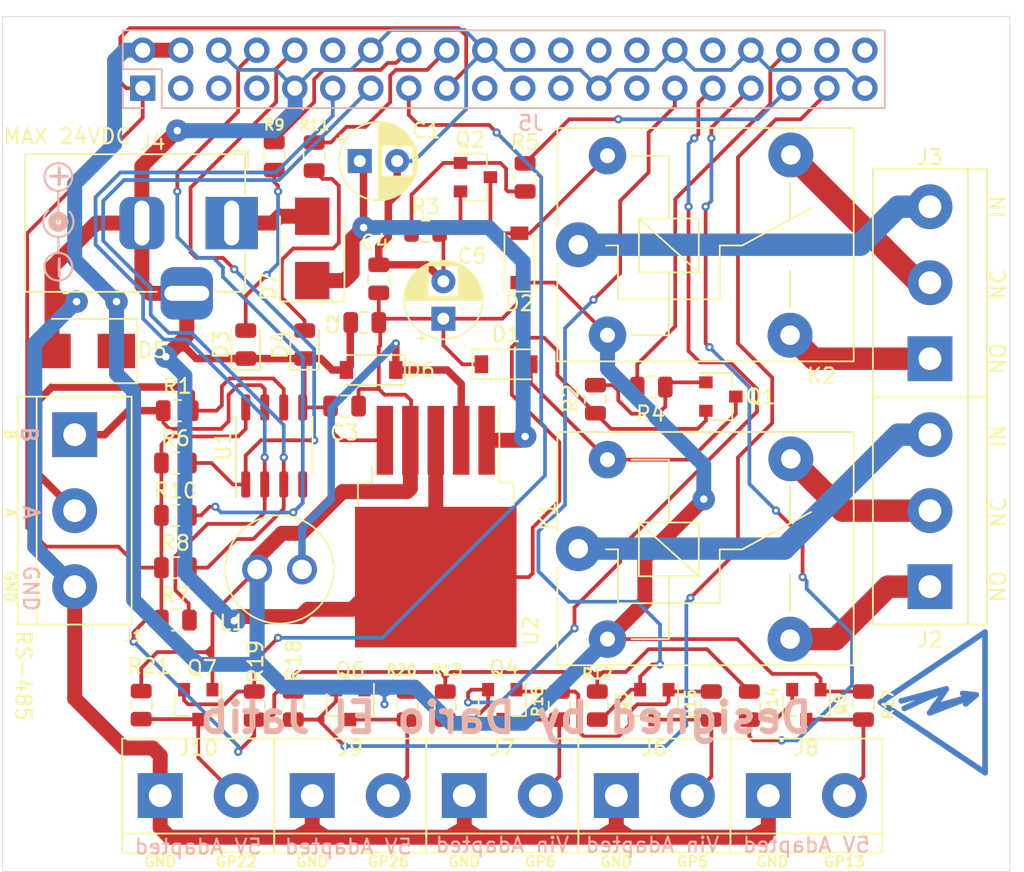
<source format=kicad_pcb>
(kicad_pcb (version 20171130) (host pcbnew "(5.1.4)-1")
  (layers (0 F.Cu signal) (31 B.Cu signal) (34 B.Paste user) (35 F.Paste user) (36 B.SilkS user) (37 F.SilkS user) (38 B.Mask user) (39 F.Mask user) (44 Edge.Cuts user))
  (net 0 "")
  (net 1 "Net-(C1-Pad1)")
  (net 2 GND)
  (net 3 +5V)
  (net 4 "Net-(D1-Pad2)")
  (net 5 "Net-(D2-Pad2)")
  (net 6 "Net-(D3-Pad2)")
  (net 7 "Net-(D4-Pad2)")
  (net 8 "Net-(D6-Pad1)")
  (net 9 "Net-(J1-Pad1)")
  (net 10 "Net-(J1-Pad2)")
  (net 11 "Net-(J2-Pad3)")
  (net 12 "Net-(J2-Pad2)")
  (net 13 "Net-(J2-Pad1)")
  (net 14 "Net-(J3-Pad1)")
  (net 15 "Net-(J3-Pad2)")
  (net 16 "Net-(J3-Pad3)")
  (net 17 +3V3)
  (net 18 "Net-(J5-Pad3)")
  (net 19 "Net-(J5-Pad5)")
  (net 20 "Net-(J5-Pad7)")
  (net 21 TX)
  (net 22 RX)
  (net 23 RE)
  (net 24 "Net-(J5-Pad12)")
  (net 25 DE)
  (net 26 GP22)
  (net 27 "Net-(J5-Pad16)")
  (net 28 "Net-(J5-Pad18)")
  (net 29 "Net-(J5-Pad19)")
  (net 30 "Net-(J5-Pad21)")
  (net 31 "Net-(J5-Pad22)")
  (net 32 "Net-(J5-Pad23)")
  (net 33 "Net-(J5-Pad24)")
  (net 34 "Net-(J5-Pad26)")
  (net 35 "Net-(J5-Pad27)")
  (net 36 "Net-(J5-Pad28)")
  (net 37 "Net-(J5-Pad29)")
  (net 38 "Net-(J5-Pad31)")
  (net 39 "Net-(J5-Pad32)")
  (net 40 "Net-(J5-Pad33)")
  (net 41 "Net-(J5-Pad35)")
  (net 42 "Net-(J5-Pad36)")
  (net 43 GP26)
  (net 44 "Net-(J5-Pad38)")
  (net 45 "Net-(J5-Pad40)")
  (net 46 "Net-(J6-Pad2)")
  (net 47 "Net-(J7-Pad2)")
  (net 48 "Net-(J8-Pad2)")
  (net 49 "Net-(J9-Pad2)")
  (net 50 "Net-(J10-Pad2)")
  (net 51 "Net-(Q1-Pad1)")
  (net 52 "Net-(Q2-Pad1)")
  (net 53 +BATT)
  (net 54 "Net-(D7-Pad2)")
  (module Symbol:Symbol_HighVoltage_Type2_CopperTop_VerySmall (layer B.Cu) (at 184.849 117.84 270)
    (fp_text reference " " (at -0.127 5.715 90) (layer B.SilkS) (effects (justify mirror)))
    (fp_text value " ")
    (fp_line (start -4.699 -2.794) (end 0 4.191) (layer B.Cu) (width 0.381))
    (fp_line (start 4.699 -2.794) (end -4.699 -2.794) (layer B.Cu) (width 0.381))
    (fp_line (start 0 4.191) (end 4.699 -2.794) (layer B.Cu) (width 0.381))
    (fp_line (start -0.49784 -2.19964) (end -0.59944 -1.30048) (layer B.Cu) (width 0.381))
    (fp_line (start 0.29972 0.59944) (end -0.49784 -2.19964) (layer B.Cu) (width 0.381))
    (fp_line (start -0.89916 -0.20066) (end 0.29972 0.59944) (layer B.Cu) (width 0.381))
    (fp_line (start -0.09906 2.79908) (end -0.89916 -0.20066) (layer B.Cu) (width 0.381))
    (fp_line (start -0.49784 -2.19964) (end 0.1016 -1.50114) (layer B.Cu) (width 0.381))
    (fp_line (start -0.89916 -0.20066) (end 0.40132 2.60096) (layer B.Cu) (width 0.381))
    (fp_line (start 0.70104 0.89916) (end 0.1016 0.50038) (layer B.Cu) (width 0.381))
    (fp_line (start -0.49784 -2.19964) (end 0.70104 0.89916) (layer B.Cu) (width 0.381))
  )
  (module Symbol:Symbol_Barrel_Polarity (layer B.Cu) (at 125.794 85.709 90)
    (fp_text reference " " hide)
    (fp_text value " ")
  )
  (module Diode_SMD:D_SOD-123 (layer F.Cu) (at 146.622 95.615 180)
    (fp_text reference D6 (at -3.302 0) (layer F.SilkS))
    (fp_text value 1N5819HW-7-F)
    (pad 1 smd rect (at -1.65 0 180) (size 0.9 1.2) (layers F.Cu F.Paste F.Mask) (net 8 "Net-(D6-Pad1)"))
    (pad 2 smd rect (at 1.65 0 180) (size 0.9 1.2) (layers F.Cu F.Paste F.Mask) (net 2 GND))
  )
  (module Inductor_THT:L_Radial_D7.0mm_P3.00mm (layer F.Cu) (at 142 108.95 180)
    (fp_text reference L1 (at 4.649 -3.556) (layer F.SilkS))
    (fp_text value 33uHy)
    (pad 1 thru_hole circle (at 0 0 180) (size 2 2) (drill 1.3) (layers *.Cu *.Mask) (net 8 "Net-(D6-Pad1)"))
    (pad 2 thru_hole circle (at 3 0 180) (size 2 2) (drill 1.3) (layers *.Cu *.Mask) (net 3 +5V))
  )
  (module Resistor_SMD:R_0805_2012Metric (layer F.Cu) (at 133.5425 112.335)
    (fp_text reference R7 (at 0 -1.65) (layer F.SilkS))
    (fp_text value 10k)
    (pad 2 smd roundrect (at 0.9375 0) (size 0.975 1.4) (layers F.Cu F.Paste F.Mask) (net 23 RE))
    (pad 1 smd roundrect (at -0.9375 0) (size 0.975 1.4) (layers F.Cu F.Paste F.Mask) (net 17 +3V3))
  )
  (module Relay_THT:Relay_SPDT_SANYOU_SRD_Series_Form_C (layer F.Cu) (at 160.465 107.56)
    (fp_text reference K1 (at -2.032 -2.166 90) (layer F.SilkS))
    (fp_text value "SANYOU RELAY")
    (pad 2 thru_hole circle (at 1.95 6.05 90) (size 2.5 2.5) (drill 1) (layers *.Cu *.Mask) (net 3 +5V))
    (pad 3 thru_hole circle (at 14.15 6.05 90) (size 3 3) (drill 1.3) (layers *.Cu *.Mask) (net 13 "Net-(J2-Pad1)"))
    (pad 4 thru_hole circle (at 14.2 -6 90) (size 3 3) (drill 1.3) (layers *.Cu *.Mask) (net 12 "Net-(J2-Pad2)"))
    (pad 5 thru_hole circle (at 1.95 -5.95 90) (size 2.5 2.5) (drill 1) (layers *.Cu *.Mask) (net 4 "Net-(D1-Pad2)"))
    (pad 1 thru_hole circle (at 0 0 90) (size 3 3) (drill 1.3) (layers *.Cu *.Mask) (net 11 "Net-(J2-Pad3)"))
  )
  (module TerminalBlock:TerminalBlock_bornier-3_P5.08mm (layer F.Cu) (at 183.96 110.1 90)
    (fp_text reference J2 (at -3.549 0 180) (layer F.SilkS))
    (fp_text value Conn_01x03)
    (pad 3 thru_hole circle (at 10.16 0 90) (size 3 3) (drill 1.52) (layers *.Cu *.Mask) (net 11 "Net-(J2-Pad3)"))
    (pad 2 thru_hole circle (at 5.08 0 90) (size 3 3) (drill 1.52) (layers *.Cu *.Mask) (net 12 "Net-(J2-Pad2)"))
    (pad 1 thru_hole rect (at 0 0 90) (size 3 3) (drill 1.52) (layers *.Cu *.Mask) (net 13 "Net-(J2-Pad1)"))
  )
  (module Capacitor_THT:CP_Radial_D5.0mm_P2.50mm (layer F.Cu) (at 151.448 92.186 90)
    (fp_text reference C5 (at 4.191 1.905 180) (layer F.SilkS))
    (fp_text value 100u)
    (pad 2 thru_hole circle (at 2.5 0 90) (size 1.6 1.6) (drill 0.8) (layers *.Cu *.Mask) (net 2 GND))
    (pad 1 thru_hole rect (at 0 0 90) (size 1.6 1.6) (drill 0.8) (layers *.Cu *.Mask) (net 3 +5V))
  )
  (module Connector_PinHeader_2.54mm:PinHeader_2x20_P2.54mm_Vertical (layer B.Cu) (at 131.3566 74.6416 270)
    (fp_text reference J5 (at 4.4634 -25.9334) (layer B.SilkS) (effects (justify mirror)))
    (fp_text value Raspberry_Pi_2_3)
    (pad 40 thru_hole oval (at -0.4064 -48.26 270) (size 1.7 1.7) (drill 1) (layers *.Cu *.Mask) (net 45 "Net-(J5-Pad40)"))
    (pad 39 thru_hole oval (at 2.1336 -48.26 270) (size 1.7 1.7) (drill 1) (layers *.Cu *.Mask) (net 2 GND))
    (pad 38 thru_hole oval (at -0.4064 -45.72 270) (size 1.7 1.7) (drill 1) (layers *.Cu *.Mask) (net 44 "Net-(J5-Pad38)"))
    (pad 37 thru_hole oval (at 2.1336 -45.72 270) (size 1.7 1.7) (drill 1) (layers *.Cu *.Mask) (net 43 GP26))
    (pad 36 thru_hole oval (at -0.4064 -43.18 270) (size 1.7 1.7) (drill 1) (layers *.Cu *.Mask) (net 42 "Net-(J5-Pad36)"))
    (pad 35 thru_hole oval (at 2.1336 -43.18 270) (size 1.7 1.7) (drill 1) (layers *.Cu *.Mask) (net 41 "Net-(J5-Pad35)"))
    (pad 34 thru_hole oval (at -0.4064 -40.64 270) (size 1.7 1.7) (drill 1) (layers *.Cu *.Mask) (net 2 GND))
    (pad 33 thru_hole oval (at 2.1336 -40.64 270) (size 1.7 1.7) (drill 1) (layers *.Cu *.Mask) (net 40 "Net-(J5-Pad33)"))
    (pad 32 thru_hole oval (at -0.4064 -38.1 270) (size 1.7 1.7) (drill 1) (layers *.Cu *.Mask) (net 39 "Net-(J5-Pad32)"))
    (pad 31 thru_hole oval (at 2.1336 -38.1 270) (size 1.7 1.7) (drill 1) (layers *.Cu *.Mask) (net 38 "Net-(J5-Pad31)"))
    (pad 30 thru_hole oval (at -0.4064 -35.56 270) (size 1.7 1.7) (drill 1) (layers *.Cu *.Mask) (net 2 GND))
    (pad 29 thru_hole oval (at 2.1336 -35.56 270) (size 1.7 1.7) (drill 1) (layers *.Cu *.Mask) (net 37 "Net-(J5-Pad29)"))
    (pad 28 thru_hole oval (at -0.4064 -33.02 270) (size 1.7 1.7) (drill 1) (layers *.Cu *.Mask) (net 36 "Net-(J5-Pad28)"))
    (pad 27 thru_hole oval (at 2.1336 -33.02 270) (size 1.7 1.7) (drill 1) (layers *.Cu *.Mask) (net 35 "Net-(J5-Pad27)"))
    (pad 26 thru_hole oval (at -0.4064 -30.48 270) (size 1.7 1.7) (drill 1) (layers *.Cu *.Mask) (net 34 "Net-(J5-Pad26)"))
    (pad 25 thru_hole oval (at 2.1336 -30.48 270) (size 1.7 1.7) (drill 1) (layers *.Cu *.Mask) (net 2 GND))
    (pad 24 thru_hole oval (at -0.4064 -27.94 270) (size 1.7 1.7) (drill 1) (layers *.Cu *.Mask) (net 33 "Net-(J5-Pad24)"))
    (pad 23 thru_hole oval (at 2.1336 -27.94 270) (size 1.7 1.7) (drill 1) (layers *.Cu *.Mask) (net 32 "Net-(J5-Pad23)"))
    (pad 22 thru_hole oval (at -0.4064 -25.4 270) (size 1.7 1.7) (drill 1) (layers *.Cu *.Mask) (net 31 "Net-(J5-Pad22)"))
    (pad 21 thru_hole oval (at 2.1336 -25.4 270) (size 1.7 1.7) (drill 1) (layers *.Cu *.Mask) (net 30 "Net-(J5-Pad21)"))
    (pad 20 thru_hole oval (at -0.4064 -22.86 270) (size 1.7 1.7) (drill 1) (layers *.Cu *.Mask) (net 2 GND))
    (pad 19 thru_hole oval (at 2.1336 -22.86 270) (size 1.7 1.7) (drill 1) (layers *.Cu *.Mask) (net 29 "Net-(J5-Pad19)"))
    (pad 18 thru_hole oval (at -0.4064 -20.32 270) (size 1.7 1.7) (drill 1) (layers *.Cu *.Mask) (net 28 "Net-(J5-Pad18)"))
    (pad 17 thru_hole oval (at 2.1336 -20.32 270) (size 1.7 1.7) (drill 1) (layers *.Cu *.Mask) (net 17 +3V3))
    (pad 16 thru_hole oval (at -0.4064 -17.78 270) (size 1.7 1.7) (drill 1) (layers *.Cu *.Mask) (net 27 "Net-(J5-Pad16)"))
    (pad 15 thru_hole oval (at 2.1336 -17.78 270) (size 1.7 1.7) (drill 1) (layers *.Cu *.Mask) (net 26 GP22))
    (pad 14 thru_hole oval (at -0.4064 -15.24 270) (size 1.7 1.7) (drill 1) (layers *.Cu *.Mask) (net 2 GND))
    (pad 13 thru_hole oval (at 2.1336 -15.24 270) (size 1.7 1.7) (drill 1) (layers *.Cu *.Mask) (net 25 DE))
    (pad 12 thru_hole oval (at -0.4064 -12.7 270) (size 1.7 1.7) (drill 1) (layers *.Cu *.Mask) (net 24 "Net-(J5-Pad12)"))
    (pad 11 thru_hole oval (at 2.1336 -12.7 270) (size 1.7 1.7) (drill 1) (layers *.Cu *.Mask) (net 23 RE))
    (pad 10 thru_hole oval (at -0.4064 -10.16 270) (size 1.7 1.7) (drill 1) (layers *.Cu *.Mask) (net 22 RX))
    (pad 9 thru_hole oval (at 2.1336 -10.16 270) (size 1.7 1.7) (drill 1) (layers *.Cu *.Mask) (net 2 GND))
    (pad 8 thru_hole oval (at -0.4064 -7.62 270) (size 1.7 1.7) (drill 1) (layers *.Cu *.Mask) (net 21 TX))
    (pad 7 thru_hole oval (at 2.1336 -7.62 270) (size 1.7 1.7) (drill 1) (layers *.Cu *.Mask) (net 20 "Net-(J5-Pad7)"))
    (pad 6 thru_hole oval (at -0.4064 -5.08 270) (size 1.7 1.7) (drill 1) (layers *.Cu *.Mask) (net 2 GND))
    (pad 5 thru_hole oval (at 2.1336 -5.08 270) (size 1.7 1.7) (drill 1) (layers *.Cu *.Mask) (net 19 "Net-(J5-Pad5)"))
    (pad 4 thru_hole oval (at -0.4064 -2.54 270) (size 1.7 1.7) (drill 1) (layers *.Cu *.Mask) (net 3 +5V))
    (pad 3 thru_hole oval (at 2.1336 -2.54 270) (size 1.7 1.7) (drill 1) (layers *.Cu *.Mask) (net 18 "Net-(J5-Pad3)"))
    (pad 2 thru_hole oval (at -0.4064 0 270) (size 1.7 1.7) (drill 1) (layers *.Cu *.Mask) (net 3 +5V))
    (pad 1 thru_hole rect (at 2.1336 0 270) (size 1.7 1.7) (drill 1) (layers *.Cu *.Mask) (net 17 +3V3))
  )
  (module MountingHole:MountingHole_2.7mm (layer F.Cu) (at 126.5 124.5)
    (fp_text reference " " (at 0 -3.7) (layer F.SilkS))
    (fp_text value " " hide)
    (pad 1 np_thru_hole circle (at 0 0) (size 2.7 2.7) (drill 2.7) (layers *.Cu *.Mask))
  )
  (module MountingHole:MountingHole_2.7mm (layer F.Cu) (at 126.5 75.5)
    (fp_text reference " " (at 0 -3.7) (layer F.SilkS))
    (fp_text value "" hide)
    (pad 1 np_thru_hole circle (at 0 0) (size 2.7 2.7) (drill 2.7) (layers *.Cu *.Mask))
  )
  (module MountingHole:MountingHole_2.7mm (layer F.Cu) (at 184.5 75.425)
    (fp_text reference " " (at 0 -3.7) (layer F.SilkS))
    (fp_text value "" hide)
    (pad 1 np_thru_hole circle (at 0 0) (size 2.7 2.7) (drill 2.7) (layers *.Cu *.Mask))
  )
  (module MountingHole:MountingHole_2.7mm (layer F.Cu) (at 184.5 124.5)
    (fp_text reference " " (at 0 -3.7) (layer F.SilkS))
    (fp_text value " " hide)
    (pad 1 np_thru_hole circle (at 0 0) (size 2.7 2.7) (drill 2.7) (layers *.Cu *.Mask))
  )
  (module Capacitor_THT:CP_Radial_D5.0mm_P2.50mm (layer F.Cu) (at 145.86 81.645)
    (fp_text reference C1 (at 4.445 -2.032) (layer F.SilkS))
    (fp_text value 47u)
    (pad 1 thru_hole rect (at 0 0) (size 1.6 1.6) (drill 0.8) (layers *.Cu *.Mask) (net 1 "Net-(C1-Pad1)"))
    (pad 2 thru_hole circle (at 2.5 0) (size 1.6 1.6) (drill 0.8) (layers *.Cu *.Mask) (net 2 GND))
  )
  (module Capacitor_SMD:C_0805_2012Metric (layer F.Cu) (at 146.1925 92.44 180)
    (fp_text reference C2 (at 2.1105 -0.127 90) (layer F.SilkS) (effects (font (size 0.7 0.7))))
    (fp_text value 1u)
    (pad 1 smd roundrect (at -0.9375 0 180) (size 0.975 1.4) (layers F.Cu F.Paste F.Mask) (net 3 +5V))
    (pad 2 smd roundrect (at 0.9375 0 180) (size 0.975 1.4) (layers F.Cu F.Paste F.Mask) (net 2 GND))
  )
  (module Capacitor_SMD:C_0805_2012Metric (layer F.Cu) (at 144.844 98.028 180)
    (fp_text reference C3 (at 0 -1.778) (layer F.SilkS))
    (fp_text value 100n)
    (pad 1 smd roundrect (at -0.9375 0 180) (size 0.975 1.4) (layers F.Cu F.Paste F.Mask) (net 3 +5V))
    (pad 2 smd roundrect (at 0.9375 0 180) (size 0.975 1.4) (layers F.Cu F.Paste F.Mask) (net 2 GND))
  )
  (module Capacitor_SMD:C_0805_2012Metric (layer F.Cu) (at 147.13 89.519 90)
    (fp_text reference C4 (at 2.413 -0.254 180) (layer F.SilkS))
    (fp_text value 10n)
    (pad 2 smd roundrect (at 0.9375 0 90) (size 0.975 1.4) (layers F.Cu F.Paste F.Mask) (net 2 GND))
    (pad 1 smd roundrect (at -0.9375 0 90) (size 0.975 1.4) (layers F.Cu F.Paste F.Mask) (net 3 +5V))
  )
  (module Diode_SMD:D_SOD-123 (layer F.Cu) (at 155.639 95.234)
    (fp_text reference D1 (at 0 -2) (layer F.SilkS))
    (fp_text value 1N5819HW-7-F)
    (pad 1 smd rect (at -1.65 0) (size 0.9 1.2) (layers F.Cu F.Paste F.Mask) (net 3 +5V))
    (pad 2 smd rect (at 1.65 0) (size 0.9 1.2) (layers F.Cu F.Paste F.Mask) (net 4 "Net-(D1-Pad2)"))
  )
  (module Diode_SMD:D_SOD-123 (layer F.Cu) (at 156.528 88.122 90)
    (fp_text reference D2 (at -3.04 0 180) (layer F.SilkS))
    (fp_text value 1N5819HW-7-F)
    (pad 2 smd rect (at 1.65 0 90) (size 0.9 1.2) (layers F.Cu F.Paste F.Mask) (net 5 "Net-(D2-Pad2)"))
    (pad 1 smd rect (at -1.65 0 90) (size 0.9 1.2) (layers F.Cu F.Paste F.Mask) (net 3 +5V))
  )
  (module LED_SMD:LED_0805_2012Metric (layer F.Cu) (at 138.24 93.9155 90)
    (fp_text reference D3 (at 0 -1.65 90) (layer F.SilkS))
    (fp_text value LED1)
    (pad 2 smd roundrect (at 0.9375 0 90) (size 0.975 1.4) (layers F.Cu F.Paste F.Mask) (net 6 "Net-(D3-Pad2)"))
    (pad 1 smd roundrect (at -0.9375 0 90) (size 0.975 1.4) (layers F.Cu F.Paste F.Mask) (net 2 GND))
  )
  (module LED_SMD:LED_0805_2012Metric (layer F.Cu) (at 142.177 93.9155 90)
    (fp_text reference D4 (at 0 -1.65 90) (layer F.SilkS))
    (fp_text value LED2)
    (pad 1 smd roundrect (at -0.9375 0 90) (size 0.975 1.4) (layers F.Cu F.Paste F.Mask) (net 2 GND))
    (pad 2 smd roundrect (at 0.9375 0 90) (size 0.975 1.4) (layers F.Cu F.Paste F.Mask) (net 7 "Net-(D4-Pad2)"))
  )
  (module Diode_SMD:D_SMB (layer F.Cu) (at 127.445 94.345 180)
    (fp_text reference D5 (at -4.55 0.05) (layer F.SilkS))
    (fp_text value SMBJ5.0A)
    (pad 1 smd rect (at -2.15 0 180) (size 2.5 2.3) (layers F.Cu F.Paste F.Mask) (net 3 +5V))
    (pad 2 smd rect (at 2.15 0 180) (size 2.5 2.3) (layers F.Cu F.Paste F.Mask) (net 2 GND))
  )
  (module TerminalBlock:TerminalBlock_bornier-3_P5.08mm (layer F.Cu) (at 126.81 99.94 270)
    (fp_text reference J1 (at 13.455 -3.937 180) (layer F.SilkS) (effects (font (size 0.7 0.7))))
    (fp_text value Conn_01x03)
    (pad 1 thru_hole rect (at 0 0 270) (size 3 3) (drill 1.52) (layers *.Cu *.Mask) (net 9 "Net-(J1-Pad1)"))
    (pad 2 thru_hole circle (at 5.08 0 270) (size 3 3) (drill 1.52) (layers *.Cu *.Mask) (net 10 "Net-(J1-Pad2)"))
    (pad 3 thru_hole circle (at 10.16 0 270) (size 3 3) (drill 1.52) (layers *.Cu *.Mask) (net 2 GND))
  )
  (module TerminalBlock:TerminalBlock_bornier-3_P5.08mm (layer F.Cu) (at 183.96 94.86 90)
    (fp_text reference J3 (at 13.469 0 180) (layer F.SilkS))
    (fp_text value Conn_01x03)
    (pad 1 thru_hole rect (at 0 0 90) (size 3 3) (drill 1.52) (layers *.Cu *.Mask) (net 14 "Net-(J3-Pad1)"))
    (pad 2 thru_hole circle (at 5.08 0 90) (size 3 3) (drill 1.52) (layers *.Cu *.Mask) (net 15 "Net-(J3-Pad2)"))
    (pad 3 thru_hole circle (at 10.16 0 90) (size 3 3) (drill 1.52) (layers *.Cu *.Mask) (net 16 "Net-(J3-Pad3)"))
  )
  (module Connector_BarrelJack:BarrelJack_Horizontal (layer F.Cu) (at 137.3 85.79)
    (fp_text reference J4 (at -5.283 -5.415) (layer F.SilkS))
    (fp_text value Jack-DC)
    (pad 1 thru_hole rect (at 0 0) (size 3.5 3.5) (drill oval 1 3) (layers *.Cu *.Mask) (net 54 "Net-(D7-Pad2)"))
    (pad 2 thru_hole roundrect (at -6 0) (size 3 3.5) (drill oval 1 3) (layers *.Cu *.Mask) (net 2 GND))
    (pad 3 thru_hole roundrect (at -3 4.7) (size 3.5 3.5) (drill oval 3 1) (layers *.Cu *.Mask) (net 2 GND))
  )
  (module TerminalBlock:TerminalBlock_bornier-2_P5.08mm (layer F.Cu) (at 163.005 124.07)
    (fp_text reference J6 (at 2.54 -3.175) (layer F.SilkS))
    (fp_text value Conn_01x02)
    (pad 1 thru_hole rect (at 0 0) (size 3 3) (drill 1.52) (layers *.Cu *.Mask) (net 2 GND))
    (pad 2 thru_hole circle (at 5.08 0) (size 3 3) (drill 1.52) (layers *.Cu *.Mask) (net 46 "Net-(J6-Pad2)"))
  )
  (module TerminalBlock:TerminalBlock_bornier-2_P5.08mm (layer F.Cu) (at 152.845 124.07)
    (fp_text reference J7 (at 2.54 -3.175) (layer F.SilkS))
    (fp_text value Conn_01x02)
    (pad 1 thru_hole rect (at 0 0) (size 3 3) (drill 1.52) (layers *.Cu *.Mask) (net 2 GND))
    (pad 2 thru_hole circle (at 5.08 0) (size 3 3) (drill 1.52) (layers *.Cu *.Mask) (net 47 "Net-(J7-Pad2)"))
  )
  (module TerminalBlock:TerminalBlock_bornier-2_P5.08mm (layer F.Cu) (at 173.165 124.07)
    (fp_text reference J8 (at 2.54 -3.175) (layer F.SilkS))
    (fp_text value Conn_01x02)
    (pad 1 thru_hole rect (at 0 0) (size 3 3) (drill 1.52) (layers *.Cu *.Mask) (net 2 GND))
    (pad 2 thru_hole circle (at 5.08 0) (size 3 3) (drill 1.52) (layers *.Cu *.Mask) (net 48 "Net-(J8-Pad2)"))
  )
  (module TerminalBlock:TerminalBlock_bornier-2_P5.08mm (layer F.Cu) (at 142.685 124.07)
    (fp_text reference J9 (at 2.54 -3.175) (layer F.SilkS))
    (fp_text value Conn_01x02)
    (pad 2 thru_hole circle (at 5.08 0) (size 3 3) (drill 1.52) (layers *.Cu *.Mask) (net 49 "Net-(J9-Pad2)"))
    (pad 1 thru_hole rect (at 0 0) (size 3 3) (drill 1.52) (layers *.Cu *.Mask) (net 2 GND))
  )
  (module TerminalBlock:TerminalBlock_bornier-2_P5.08mm (layer F.Cu) (at 132.525 124.07)
    (fp_text reference J10 (at 2.54 -3.175) (layer F.SilkS))
    (fp_text value Conn_01x02)
    (pad 2 thru_hole circle (at 5.08 0) (size 3 3) (drill 1.52) (layers *.Cu *.Mask) (net 50 "Net-(J10-Pad2)"))
    (pad 1 thru_hole rect (at 0 0) (size 3 3) (drill 1.52) (layers *.Cu *.Mask) (net 2 GND))
  )
  (module Relay_THT:Relay_SPDT_SANYOU_SRD_Series_Form_C (layer F.Cu) (at 160.465 87.24)
    (fp_text reference K2 (at 16.256 8.756) (layer F.SilkS))
    (fp_text value "SANYOU RELAY")
    (pad 1 thru_hole circle (at 0 0 90) (size 3 3) (drill 1.3) (layers *.Cu *.Mask) (net 16 "Net-(J3-Pad3)"))
    (pad 5 thru_hole circle (at 1.95 -5.95 90) (size 2.5 2.5) (drill 1) (layers *.Cu *.Mask) (net 5 "Net-(D2-Pad2)"))
    (pad 4 thru_hole circle (at 14.2 -6 90) (size 3 3) (drill 1.3) (layers *.Cu *.Mask) (net 15 "Net-(J3-Pad2)"))
    (pad 3 thru_hole circle (at 14.15 6.05 90) (size 3 3) (drill 1.3) (layers *.Cu *.Mask) (net 14 "Net-(J3-Pad1)"))
    (pad 2 thru_hole circle (at 1.95 6.05 90) (size 2.5 2.5) (drill 1) (layers *.Cu *.Mask) (net 3 +5V))
  )
  (module Package_TO_SOT_SMD:SOT-23 (layer F.Cu) (at 169.99 97.393)
    (fp_text reference Q1 (at 2.667 0) (layer F.SilkS))
    (fp_text value 2N7002)
    (pad 1 smd rect (at -1 -0.95) (size 0.9 0.8) (layers F.Cu F.Paste F.Mask) (net 51 "Net-(Q1-Pad1)"))
    (pad 2 smd rect (at -1 0.95) (size 0.9 0.8) (layers F.Cu F.Paste F.Mask) (net 2 GND))
    (pad 3 smd rect (at 1 0) (size 0.9 0.8) (layers F.Cu F.Paste F.Mask) (net 4 "Net-(D1-Pad2)"))
  )
  (module Package_TO_SOT_SMD:SOT-23 (layer F.Cu) (at 153.591 82.722)
    (fp_text reference Q2 (at -0.365 -2.5) (layer F.SilkS))
    (fp_text value 2N7002)
    (pad 3 smd rect (at 1 0) (size 0.9 0.8) (layers F.Cu F.Paste F.Mask) (net 5 "Net-(D2-Pad2)"))
    (pad 2 smd rect (at -1 0.95) (size 0.9 0.8) (layers F.Cu F.Paste F.Mask) (net 2 GND))
    (pad 1 smd rect (at -1 -0.95) (size 0.9 0.8) (layers F.Cu F.Paste F.Mask) (net 52 "Net-(Q2-Pad1)"))
  )
  (module Package_TO_SOT_SMD:SOT-23 (layer F.Cu) (at 165.545 117.99 270)
    (fp_text reference Q3 (at -0.15 2.159 270) (layer F.SilkS) (effects (font (size 0.7 0.7))))
    (fp_text value 2N7002)
    (pad 1 smd rect (at -1 -0.95 270) (size 0.9 0.8) (layers F.Cu F.Paste F.Mask) (net 53 +BATT))
    (pad 2 smd rect (at -1 0.95 270) (size 0.9 0.8) (layers F.Cu F.Paste F.Mask) (net 37 "Net-(J5-Pad29)"))
    (pad 3 smd rect (at 1 0 270) (size 0.9 0.8) (layers F.Cu F.Paste F.Mask) (net 46 "Net-(J6-Pad2)"))
  )
  (module Package_TO_SOT_SMD:SOT-23 (layer F.Cu) (at 155.385 117.99 270)
    (fp_text reference Q4 (at -2.436 -0.127 180) (layer F.SilkS))
    (fp_text value 2N7002)
    (pad 3 smd rect (at 1 0 270) (size 0.9 0.8) (layers F.Cu F.Paste F.Mask) (net 47 "Net-(J7-Pad2)"))
    (pad 2 smd rect (at -1 0.95 270) (size 0.9 0.8) (layers F.Cu F.Paste F.Mask) (net 38 "Net-(J5-Pad31)"))
    (pad 1 smd rect (at -1 -0.95 270) (size 0.9 0.8) (layers F.Cu F.Paste F.Mask) (net 53 +BATT))
  )
  (module Package_TO_SOT_SMD:SOT-23 (layer F.Cu) (at 175.705 117.99 270)
    (fp_text reference Q5 (at -0.023 -2.286 90) (layer F.SilkS) (effects (font (size 0.7 0.7))))
    (fp_text value 2N7002)
    (pad 3 smd rect (at 1 0 270) (size 0.9 0.8) (layers F.Cu F.Paste F.Mask) (net 48 "Net-(J8-Pad2)"))
    (pad 2 smd rect (at -1 0.95 270) (size 0.9 0.8) (layers F.Cu F.Paste F.Mask) (net 40 "Net-(J5-Pad33)"))
    (pad 1 smd rect (at -1 -0.95 270) (size 0.9 0.8) (layers F.Cu F.Paste F.Mask) (net 3 +5V))
  )
  (module Package_TO_SOT_SMD:SOT-23 (layer F.Cu) (at 145.225 117.99 270)
    (fp_text reference Q6 (at -2.309 0 180) (layer F.SilkS))
    (fp_text value 2N7002)
    (pad 1 smd rect (at -1 -0.95 270) (size 0.9 0.8) (layers F.Cu F.Paste F.Mask) (net 3 +5V))
    (pad 2 smd rect (at -1 0.95 270) (size 0.9 0.8) (layers F.Cu F.Paste F.Mask) (net 43 GP26))
    (pad 3 smd rect (at 1 0 270) (size 0.9 0.8) (layers F.Cu F.Paste F.Mask) (net 49 "Net-(J9-Pad2)"))
  )
  (module Package_TO_SOT_SMD:SOT-23 (layer F.Cu) (at 135.065 117.99 270)
    (fp_text reference Q7 (at -2.436 -0.254 180) (layer F.SilkS))
    (fp_text value 2N7002)
    (pad 1 smd rect (at -1 -0.95 270) (size 0.9 0.8) (layers F.Cu F.Paste F.Mask) (net 3 +5V))
    (pad 2 smd rect (at -1 0.95 270) (size 0.9 0.8) (layers F.Cu F.Paste F.Mask) (net 26 GP22))
    (pad 3 smd rect (at 1 0 270) (size 0.9 0.8) (layers F.Cu F.Paste F.Mask) (net 50 "Net-(J10-Pad2)"))
  )
  (module Resistor_SMD:R_0805_2012Metric (layer F.Cu) (at 133.6675 98.335)
    (fp_text reference R1 (at 0 -1.65) (layer F.SilkS))
    (fp_text value 120)
    (pad 2 smd roundrect (at 0.9375 0) (size 0.975 1.4) (layers F.Cu F.Paste F.Mask) (net 10 "Net-(J1-Pad2)"))
    (pad 1 smd roundrect (at -0.9375 0) (size 0.975 1.4) (layers F.Cu F.Paste F.Mask) (net 9 "Net-(J1-Pad1)"))
  )
  (module Resistor_SMD:R_0805_2012Metric (layer F.Cu) (at 161.608 97.5685 270)
    (fp_text reference R2 (at -0.0485 1.651 90) (layer F.SilkS))
    (fp_text value 10k)
    (pad 2 smd roundrect (at 0.9375 0 270) (size 0.975 1.4) (layers F.Cu F.Paste F.Mask) (net 2 GND))
    (pad 1 smd roundrect (at -0.9375 0 270) (size 0.975 1.4) (layers F.Cu F.Paste F.Mask) (net 51 "Net-(Q1-Pad1)"))
  )
  (module Resistor_SMD:R_0805_2012Metric (layer F.Cu) (at 150.2565 86.344)
    (fp_text reference R3 (at 0 -1.65) (layer F.SilkS))
    (fp_text value 10k)
    (pad 2 smd roundrect (at 0.9375 0) (size 0.975 1.4) (layers F.Cu F.Paste F.Mask) (net 2 GND))
    (pad 1 smd roundrect (at -0.9375 0) (size 0.975 1.4) (layers F.Cu F.Paste F.Mask) (net 52 "Net-(Q2-Pad1)"))
  )
  (module Resistor_SMD:R_0805_2012Metric (layer F.Cu) (at 165.3395 96.758)
    (fp_text reference R4 (at -0.0485 1.778) (layer F.SilkS))
    (fp_text value 120)
    (pad 1 smd roundrect (at -0.9375 0) (size 0.975 1.4) (layers F.Cu F.Paste F.Mask) (net 42 "Net-(J5-Pad36)"))
    (pad 2 smd roundrect (at 0.9375 0) (size 0.975 1.4) (layers F.Cu F.Paste F.Mask) (net 51 "Net-(Q1-Pad1)"))
  )
  (module Resistor_SMD:R_0805_2012Metric (layer F.Cu) (at 156.909 82.7395 270)
    (fp_text reference R5 (at -2.3645 0 180) (layer F.SilkS))
    (fp_text value 120)
    (pad 2 smd roundrect (at 0.9375 0 270) (size 0.975 1.4) (layers F.Cu F.Paste F.Mask) (net 52 "Net-(Q2-Pad1)"))
    (pad 1 smd roundrect (at -0.9375 0 270) (size 0.975 1.4) (layers F.Cu F.Paste F.Mask) (net 41 "Net-(J5-Pad35)"))
  )
  (module Resistor_SMD:R_0805_2012Metric (layer F.Cu) (at 133.5425 101.835)
    (fp_text reference R6 (at 0 -1.65) (layer F.SilkS))
    (fp_text value 10k)
    (pad 1 smd roundrect (at -0.9375 0) (size 0.975 1.4) (layers F.Cu F.Paste F.Mask) (net 17 +3V3))
    (pad 2 smd roundrect (at 0.9375 0) (size 0.975 1.4) (layers F.Cu F.Paste F.Mask) (net 22 RX))
  )
  (module Resistor_SMD:R_0805_2012Metric (layer F.Cu) (at 133.5425 108.83)
    (fp_text reference R8 (at 0 -1.65) (layer F.SilkS))
    (fp_text value 10k)
    (pad 2 smd roundrect (at 0.9375 0) (size 0.975 1.4) (layers F.Cu F.Paste F.Mask) (net 25 DE))
    (pad 1 smd roundrect (at -0.9375 0) (size 0.975 1.4) (layers F.Cu F.Paste F.Mask) (net 17 +3V3))
  )
  (module Resistor_SMD:R_0805_2012Metric (layer F.Cu) (at 140.145 81.3125 270)
    (fp_text reference R9 (at -2.0805 0 180) (layer F.SilkS) (effects (font (size 0.7 0.7))))
    (fp_text value 120)
    (pad 1 smd roundrect (at -0.9375 0 270) (size 0.975 1.4) (layers F.Cu F.Paste F.Mask) (net 27 "Net-(J5-Pad16)"))
    (pad 2 smd roundrect (at 0.9375 0 270) (size 0.975 1.4) (layers F.Cu F.Paste F.Mask) (net 6 "Net-(D3-Pad2)"))
  )
  (module Resistor_SMD:R_0805_2012Metric (layer F.Cu) (at 133.5425 105.335)
    (fp_text reference R10 (at 0 -1.65) (layer F.SilkS))
    (fp_text value 10k)
    (pad 2 smd roundrect (at 0.9375 0) (size 0.975 1.4) (layers F.Cu F.Paste F.Mask) (net 21 TX))
    (pad 1 smd roundrect (at -0.9375 0) (size 0.975 1.4) (layers F.Cu F.Paste F.Mask) (net 17 +3V3))
  )
  (module Resistor_SMD:R_0805_2012Metric (layer F.Cu) (at 142.812 81.3425 270)
    (fp_text reference R11 (at -2.1105 0 180) (layer F.SilkS) (effects (font (size 0.7 0.7))))
    (fp_text value 120)
    (pad 1 smd roundrect (at -0.9375 0 270) (size 0.975 1.4) (layers F.Cu F.Paste F.Mask) (net 28 "Net-(J5-Pad18)"))
    (pad 2 smd roundrect (at 0.9375 0 270) (size 0.975 1.4) (layers F.Cu F.Paste F.Mask) (net 7 "Net-(D4-Pad2)"))
  )
  (module Resistor_SMD:R_0805_2012Metric (layer F.Cu) (at 161.735 118.0525 270)
    (fp_text reference R12 (at -2.1175 0 180) (layer F.SilkS) (effects (font (size 0.7 0.7))))
    (fp_text value 10k)
    (pad 1 smd roundrect (at -0.9375 0 270) (size 0.975 1.4) (layers F.Cu F.Paste F.Mask) (net 17 +3V3))
    (pad 2 smd roundrect (at 0.9375 0 270) (size 0.975 1.4) (layers F.Cu F.Paste F.Mask) (net 37 "Net-(J5-Pad29)"))
  )
  (module Resistor_SMD:R_0805_2012Metric (layer F.Cu) (at 151.575 118.0525 270)
    (fp_text reference R13 (at -2.3715 -0.127 180) (layer F.SilkS) (effects (font (size 0.7 0.7))))
    (fp_text value 10k)
    (pad 1 smd roundrect (at -0.9375 0 270) (size 0.975 1.4) (layers F.Cu F.Paste F.Mask) (net 17 +3V3))
    (pad 2 smd roundrect (at 0.9375 0 270) (size 0.975 1.4) (layers F.Cu F.Paste F.Mask) (net 38 "Net-(J5-Pad31)"))
  )
  (module Resistor_SMD:R_0805_2012Metric (layer F.Cu) (at 171.895 118.0525 270)
    (fp_text reference R14 (at -0.2125 -1.524 90) (layer F.SilkS) (effects (font (size 0.7 0.7))))
    (fp_text value 10k)
    (pad 1 smd roundrect (at -0.9375 0 270) (size 0.975 1.4) (layers F.Cu F.Paste F.Mask) (net 17 +3V3))
    (pad 2 smd roundrect (at 0.9375 0 270) (size 0.975 1.4) (layers F.Cu F.Paste F.Mask) (net 40 "Net-(J5-Pad33)"))
  )
  (module Resistor_SMD:R_0805_2012Metric (layer F.Cu) (at 169.355 118.0525 270)
    (fp_text reference R15 (at -0.0855 1.397 90) (layer F.SilkS) (effects (font (size 0.7 0.7))))
    (fp_text value 10k)
    (pad 1 smd roundrect (at -0.9375 0 270) (size 0.975 1.4) (layers F.Cu F.Paste F.Mask) (net 53 +BATT))
    (pad 2 smd roundrect (at 0.9375 0 270) (size 0.975 1.4) (layers F.Cu F.Paste F.Mask) (net 46 "Net-(J6-Pad2)"))
  )
  (module Resistor_SMD:R_0805_2012Metric (layer F.Cu) (at 159.195 118.0525 270)
    (fp_text reference R16 (at -0.2633 1.4605 90) (layer F.SilkS) (effects (font (size 0.7 0.7))))
    (fp_text value 10k)
    (pad 1 smd roundrect (at -0.9375 0 270) (size 0.975 1.4) (layers F.Cu F.Paste F.Mask) (net 53 +BATT))
    (pad 2 smd roundrect (at 0.9375 0 270) (size 0.975 1.4) (layers F.Cu F.Paste F.Mask) (net 47 "Net-(J7-Pad2)"))
  )
  (module Resistor_SMD:R_0805_2012Metric (layer F.Cu) (at 179.515 118.0525 270)
    (fp_text reference R17 (at -0.0855 -1.651 90) (layer F.SilkS) (effects (font (size 0.7 0.7))))
    (fp_text value 10k)
    (pad 2 smd roundrect (at 0.9375 0 270) (size 0.975 1.4) (layers F.Cu F.Paste F.Mask) (net 48 "Net-(J8-Pad2)"))
    (pad 1 smd roundrect (at -0.9375 0 270) (size 0.975 1.4) (layers F.Cu F.Paste F.Mask) (net 3 +5V))
  )
  (module Resistor_SMD:R_0805_2012Metric (layer F.Cu) (at 141.415 118.0525 270)
    (fp_text reference R18 (at -3.0065 -0.0254 90) (layer F.SilkS))
    (fp_text value 10k)
    (pad 2 smd roundrect (at 0.9375 0 270) (size 0.975 1.4) (layers F.Cu F.Paste F.Mask) (net 43 GP26))
    (pad 1 smd roundrect (at -0.9375 0 270) (size 0.975 1.4) (layers F.Cu F.Paste F.Mask) (net 17 +3V3))
  )
  (module Resistor_SMD:R_0805_2012Metric (layer F.Cu) (at 138.81 118.0525 90)
    (fp_text reference R19 (at 2.943 0.0777 90) (layer F.SilkS))
    (fp_text value 10k)
    (pad 1 smd roundrect (at -0.9375 0 90) (size 0.975 1.4) (layers F.Cu F.Paste F.Mask) (net 17 +3V3))
    (pad 2 smd roundrect (at 0.9375 0 90) (size 0.975 1.4) (layers F.Cu F.Paste F.Mask) (net 26 GP22))
  )
  (module Resistor_SMD:R_0805_2012Metric (layer F.Cu) (at 149.035 118.0525 270)
    (fp_text reference R20 (at -2.3715 0.381 180) (layer F.SilkS) (effects (font (size 0.7 0.7))))
    (fp_text value 10k)
    (pad 1 smd roundrect (at -0.9375 0 270) (size 0.975 1.4) (layers F.Cu F.Paste F.Mask) (net 3 +5V))
    (pad 2 smd roundrect (at 0.9375 0 270) (size 0.975 1.4) (layers F.Cu F.Paste F.Mask) (net 49 "Net-(J9-Pad2)"))
  )
  (module Resistor_SMD:R_0805_2012Metric (layer F.Cu) (at 131.255 118.0225 270)
    (fp_text reference R21 (at -2.5955 -0.508 180) (layer F.SilkS))
    (fp_text value 10k)
    (pad 2 smd roundrect (at 0.9375 0 270) (size 0.975 1.4) (layers F.Cu F.Paste F.Mask) (net 50 "Net-(J10-Pad2)"))
    (pad 1 smd roundrect (at -0.9375 0 270) (size 0.975 1.4) (layers F.Cu F.Paste F.Mask) (net 3 +5V))
  )
  (module Package_SO:SO-8_3.9x4.9mm_P1.27mm (layer F.Cu) (at 140.145 100.695 90)
    (fp_text reference U1 (at 0 -3.4 90) (layer F.SilkS))
    (fp_text value MAX485E)
    (pad 1 smd roundrect (at -2.575 -1.905 90) (size 1.75 0.6) (layers F.Cu F.Paste F.Mask) (net 22 RX))
    (pad 2 smd roundrect (at -2.575 -0.635 90) (size 1.75 0.6) (layers F.Cu F.Paste F.Mask) (net 23 RE))
    (pad 3 smd roundrect (at -2.575 0.635 90) (size 1.75 0.6) (layers F.Cu F.Paste F.Mask) (net 25 DE))
    (pad 4 smd roundrect (at -2.575 1.905 90) (size 1.75 0.6) (layers F.Cu F.Paste F.Mask) (net 21 TX))
    (pad 5 smd roundrect (at 2.575 1.905 90) (size 1.75 0.6) (layers F.Cu F.Paste F.Mask) (net 2 GND))
    (pad 6 smd roundrect (at 2.575 0.635 90) (size 1.75 0.6) (layers F.Cu F.Paste F.Mask) (net 10 "Net-(J1-Pad2)"))
    (pad 7 smd roundrect (at 2.575 -0.635 90) (size 1.75 0.6) (layers F.Cu F.Paste F.Mask) (net 9 "Net-(J1-Pad1)"))
    (pad 8 smd roundrect (at 2.575 -1.905 90) (size 1.75 0.6) (layers F.Cu F.Paste F.Mask) (net 17 +3V3))
  )
  (module Package_TO_SOT_SMD:TO-263-5_TabPin3 (layer F.Cu) (at 150.94 106.09 270)
    (fp_text reference U2 (at 6.975 -6.35 90) (layer F.SilkS))
    (fp_text value "LM2596 5.0")
    (pad 1 smd rect (at -5.775 -3.4 270) (size 4.6 1.1) (layers F.Cu F.Paste F.Mask) (net 1 "Net-(C1-Pad1)"))
    (pad 2 smd rect (at -5.775 -1.7 270) (size 4.6 1.1) (layers F.Cu F.Paste F.Mask) (net 8 "Net-(D6-Pad1)"))
    (pad 3 smd rect (at -5.775 0 270) (size 4.6 1.1) (layers F.Cu F.Paste F.Mask) (net 2 GND))
    (pad 4 smd rect (at -5.775 1.7 270) (size 4.6 1.1) (layers F.Cu F.Paste F.Mask) (net 3 +5V))
    (pad 5 smd rect (at -5.775 3.4 270) (size 4.6 1.1) (layers F.Cu F.Paste F.Mask) (net 2 GND))
    (pad 3 smd rect (at 3.375 0 270) (size 9.4 10.8) (layers F.Cu F.Mask) (net 2 GND))
  )
  (module Diode_SMD:D_SMB (layer F.Cu) (at 142.685 87.487 90)
    (fp_text reference D7 (at -2.54 -2.921 90) (layer F.SilkS))
    (fp_text value D)
    (pad 1 smd rect (at -2.15 0 90) (size 2.5 2.3) (layers F.Cu F.Paste F.Mask) (net 1 "Net-(C1-Pad1)"))
    (pad 2 smd rect (at 2.15 0 90) (size 2.5 2.3) (layers F.Cu F.Paste F.Mask) (net 54 "Net-(D7-Pad2)"))
  )
  (gr_text NO (at 188.532 110.093 90) (layer F.SilkS) (effects (font (size 1 1))))
  (gr_text NO (at 188.532 94.853 90) (layer F.SilkS) (effects (font (size 1 1))))
  (gr_text NC (at 188.532 89.9 90) (layer F.SilkS) (effects (font (size 1 1))))
  (gr_text NC (at 188.532 105.14 90) (layer F.SilkS) (effects (font (size 1 1))))
  (gr_text IN (at 188.532 84.693 90) (layer F.SilkS) (effects (font (size 1 1))))
  (gr_text IN (at 188.532 100.06 90) (layer F.SilkS) (effects (font (size 1 1))))
  (gr_text "MAX 24VDC" (at 126.302 79.994) (layer F.SilkS) (effects (font (size 1 1))))
  (gr_text GND (at 122.492 110.093 270) (layer F.SilkS) (effects (font (size 0.7 0.7))))
  (gr_text "A\n" (at 122.492 105.14 270) (layer F.SilkS) (effects (font (size 0.7 0.7)) (justify mirror)))
  (gr_text B (at 122.492 99.933 270) (layer F.SilkS) (effects (font (size 0.7 0.7))))
  (gr_text "5V Adapted" (at 135.065 127.492) (layer B.SilkS) (effects (font (size 1 1)) (justify mirror)))
  (gr_text "5V Adapted" (at 145.098 127.492) (layer B.SilkS) (effects (font (size 1 1)) (justify mirror)))
  (gr_text "Vin Adapted" (at 155.385 127.365) (layer B.SilkS) (effects (font (size 1 1)) (justify mirror)))
  (gr_text "Vin Adapted" (at 165.418 127.365) (layer B.SilkS) (effects (font (size 1 1)) (justify mirror)))
  (gr_text "5V Adapted" (at 175.705 127.365) (layer B.SilkS) (effects (font (size 1 1)) (justify mirror)))
  (gr_text RS-485 (at 123.381 116.062 270) (layer F.SilkS) (effects (font (size 1 1))))
  (gr_text GND (at 123.889 110.22 270) (layer B.SilkS) (effects (font (size 1 1))))
  (gr_text A (at 123.889 105.14 270) (layer B.SilkS) (effects (font (size 1 1) (thickness 0.2))))
  (gr_text B (at 123.762 99.933 270) (layer B.SilkS) (effects (font (size 1 1) (thickness 0.2))))
  (gr_line (start 123 71.993) (end 121.984 71.993) (layer Edge.Cuts) (width 0.05))
  (gr_line (start 121.984 129.143) (end 121.984 71.993) (layer Edge.Cuts) (width 0.05))
  (gr_text "GP22\n" (at 137.605 128.508) (layer F.SilkS) (effects (font (size 0.7 0.7))))
  (gr_text GP26 (at 147.765 128.508) (layer F.SilkS) (effects (font (size 0.7 0.7))))
  (gr_text "GND\n" (at 132.525 128.508) (layer F.SilkS) (effects (font (size 0.7 0.7))))
  (gr_text "GND\n" (at 142.685 128.508) (layer F.SilkS) (effects (font (size 0.7 0.7))))
  (gr_text "GND\n" (at 152.845 128.508) (layer F.SilkS) (effects (font (size 0.7 0.7))))
  (gr_text GP6 (at 157.925 128.508) (layer F.SilkS) (effects (font (size 0.7 0.7))))
  (gr_text "GP13\n" (at 178.245 128.508) (layer F.SilkS) (effects (font (size 0.7 0.7))))
  (gr_text "GND\n" (at 173.419 128.508) (layer F.SilkS) (effects (font (size 0.7 0.7))))
  (gr_line (start 189.294 71.993) (end 189.04 71.993) (layer Edge.Cuts) (width 0.05))
  (gr_line (start 189.294 129.143) (end 189.294 71.993) (layer Edge.Cuts) (width 0.05))
  (gr_line (start 188.151 129.143) (end 189.294 129.143) (layer Edge.Cuts) (width 0.05))
  (gr_line (start 121.984 129.143) (end 188.151 129.143) (layer Edge.Cuts) (width 0.05))
  (gr_text "GND\n" (at 163.005 128.508) (layer F.SilkS) (effects (font (size 0.7 0.7))))
  (gr_text "GP5\n" (at 168.085 128.508) (layer F.SilkS) (effects (font (size 0.7 0.7))))
  (gr_line (start 189.04 71.993) (end 188.024 71.993) (layer Edge.Cuts) (width 0.05))
  (gr_line (start 188.024 71.993) (end 123 71.993) (layer Edge.Cuts) (width 0.05))
  (gr_text - (at 125.667 88.757 90) (layer B.SilkS) (effects (font (size 1.5 1.5) (thickness 0.2)) (justify mirror)))
  (gr_text + (at 125.667 82.661 90) (layer B.SilkS) (effects (font (size 1.5 1.5) (thickness 0.2)) (justify mirror)))
  (gr_text "Designed by Dario El Jatib" (at 155.639 118.856) (layer B.SilkS) (effects (font (size 2 2) (thickness 0.4)) (justify mirror)))
  (gr_poly (pts (xy 162.116 115.808) (xy 161.354 115.808) (xy 161.735 116.189)) (layer F.Cu) (width 0.1))
  (gr_poly (pts (xy 143.447 119.364) (xy 143.447 118.729) (xy 143.066 118.983)) (layer F.Cu) (width 0.1))
  (gr_poly (pts (xy 173.165 125.714) (xy 171.895 126.476) (xy 173.165 126.476)) (layer F.Cu) (width 0.1))
  (gr_poly (pts (xy 163.005 125.714) (xy 161.735 126.476) (xy 164.148 126.476)) (layer F.Cu) (width 0.1))
  (gr_poly (pts (xy 152.845 125.714) (xy 151.575 126.476) (xy 153.988 126.476)) (layer F.Cu) (width 0.1))
  (gr_poly (pts (xy 142.685 125.714) (xy 141.415 126.476) (xy 143.828 126.476)) (layer F.Cu) (width 0.1))
  (gr_poly (pts (xy 147.511 117.459) (xy 147.892 117.205) (xy 147.13 117.205)) (layer F.Cu) (width 0.1))
  (gr_poly (pts (xy 147.511 117.459) (xy 148.019 117.205) (xy 147.003 117.205)) (layer B.Cu) (width 0.1))
  (gr_poly (pts (xy 126.048 91.424) (xy 125.667 92.059) (xy 125.667 91.297)) (layer F.Cu) (width 0.1))
  (gr_poly (pts (xy 125.667 90.027) (xy 126.048 90.662) (xy 125.667 90.789)) (layer F.Cu) (width 0.1))
  (gr_poly (pts (xy 134.43 94.345) (xy 134.43 93.837) (xy 133.922 94.345)) (layer F.Cu) (width 0.1))
  (gr_poly (pts (xy 135.954 114.03) (xy 135.573 114.411) (xy 135.573 114.538) (xy 135.954 114.919)) (layer F.Cu) (width 0.1))
  (segment (start 144.835 89.637) (end 144.953 89.519) (width 1) (layer F.Cu) (net 1))
  (segment (start 142.685 89.637) (end 144.835 89.637) (width 1) (layer F.Cu) (net 1))
  (segment (start 144.971 89.519) (end 145.352 89.138) (width 1) (layer F.Cu) (net 1))
  (segment (start 144.953 89.519) (end 144.971 89.519) (width 1) (layer F.Cu) (net 1))
  (via (at 146.114 86.09) (size 1.5) (drill 0.5) (layers F.Cu B.Cu) (net 1))
  (segment (start 145.352 89.138) (end 145.352 86.852) (width 1) (layer F.Cu) (net 1))
  (segment (start 145.352 86.852) (end 146.114 86.09) (width 1) (layer F.Cu) (net 1))
  (segment (start 154.34 100.315) (end 156.653982 100.315) (width 1) (layer F.Cu) (net 1))
  (segment (start 156.653982 100.315) (end 156.908982 100.06) (width 1) (layer F.Cu) (net 1))
  (via (at 156.908982 100.06) (size 1.5) (drill 0.5) (layers F.Cu B.Cu) (net 1))
  (segment (start 156.782 99.933018) (end 156.908982 100.06) (width 1) (layer B.Cu) (net 1))
  (segment (start 156.782 88.376) (end 156.782 99.933018) (width 1) (layer B.Cu) (net 1))
  (segment (start 146.114 86.09) (end 154.496 86.09) (width 1) (layer B.Cu) (net 1))
  (segment (start 154.496 86.09) (end 156.782 88.376) (width 1) (layer B.Cu) (net 1))
  (segment (start 146.114 81.899) (end 145.86 81.645) (width 0.5) (layer F.Cu) (net 1))
  (segment (start 146.114 86.09) (end 146.114 81.899) (width 0.5) (layer F.Cu) (net 1))
  (segment (start 152.591 83.672) (end 152.591 85.963) (width 0.25) (layer F.Cu) (net 2))
  (segment (start 152.21 86.344) (end 151.194 86.344) (width 0.25) (layer F.Cu) (net 2))
  (segment (start 152.591 85.963) (end 152.21 86.344) (width 0.25) (layer F.Cu) (net 2))
  (segment (start 162.654 99.552) (end 161.608 98.506) (width 0.25) (layer F.Cu) (net 2))
  (segment (start 168.431 99.552) (end 162.654 99.552) (width 0.25) (layer F.Cu) (net 2))
  (segment (start 168.99 98.343) (end 168.99 98.993) (width 0.25) (layer F.Cu) (net 2))
  (segment (start 168.99 98.993) (end 168.431 99.552) (width 0.25) (layer F.Cu) (net 2))
  (segment (start 151.448 86.598) (end 151.194 86.344) (width 0.25) (layer F.Cu) (net 2))
  (segment (start 151.448 89.686) (end 151.448 86.598) (width 0.25) (layer F.Cu) (net 2))
  (segment (start 142.366599 75.925201) (end 141.5166 76.7752) (width 0.25) (layer B.Cu) (net 2))
  (segment (start 142.7428 75.549) (end 142.366599 75.925201) (width 0.25) (layer B.Cu) (net 2))
  (segment (start 146.5966 74.2352) (end 145.2828 75.549) (width 0.25) (layer B.Cu) (net 2))
  (segment (start 145.2828 75.549) (end 142.7428 75.549) (width 0.25) (layer B.Cu) (net 2))
  (segment (start 140.666601 75.925201) (end 141.5166 76.7752) (width 0.25) (layer B.Cu) (net 2))
  (segment (start 140.2904 75.549) (end 140.666601 75.925201) (width 0.25) (layer B.Cu) (net 2))
  (segment (start 136.4366 74.2352) (end 137.7504 75.549) (width 0.25) (layer B.Cu) (net 2))
  (segment (start 137.7504 75.549) (end 140.2904 75.549) (width 0.25) (layer B.Cu) (net 2))
  (segment (start 153.366601 73.385201) (end 154.2166 74.2352) (width 0.25) (layer B.Cu) (net 2))
  (segment (start 152.8634 72.882) (end 153.366601 73.385201) (width 0.25) (layer B.Cu) (net 2))
  (segment (start 146.5966 74.2352) (end 147.9498 72.882) (width 0.25) (layer B.Cu) (net 2))
  (segment (start 147.9498 72.882) (end 152.8634 72.882) (width 0.25) (layer B.Cu) (net 2))
  (segment (start 160.986601 75.925201) (end 161.8366 76.7752) (width 0.25) (layer B.Cu) (net 2))
  (segment (start 160.6104 75.549) (end 160.986601 75.925201) (width 0.25) (layer B.Cu) (net 2))
  (segment (start 154.2166 74.2352) (end 155.5304 75.549) (width 0.25) (layer B.Cu) (net 2))
  (segment (start 155.5304 75.549) (end 160.6104 75.549) (width 0.25) (layer B.Cu) (net 2))
  (segment (start 165.6028 75.549) (end 166.9166 74.2352) (width 0.25) (layer B.Cu) (net 2))
  (segment (start 161.8366 76.7752) (end 163.0628 75.549) (width 0.25) (layer B.Cu) (net 2))
  (segment (start 163.0628 75.549) (end 165.6028 75.549) (width 0.25) (layer B.Cu) (net 2))
  (segment (start 171.146601 75.085199) (end 171.9966 74.2352) (width 0.25) (layer B.Cu) (net 2))
  (segment (start 170.6828 75.549) (end 171.146601 75.085199) (width 0.25) (layer B.Cu) (net 2))
  (segment (start 166.9166 74.2352) (end 168.2304 75.549) (width 0.25) (layer B.Cu) (net 2))
  (segment (start 168.2304 75.549) (end 170.6828 75.549) (width 0.25) (layer B.Cu) (net 2))
  (segment (start 178.766601 75.925201) (end 179.6166 76.7752) (width 0.25) (layer B.Cu) (net 2))
  (segment (start 178.3904 75.549) (end 178.766601 75.925201) (width 0.25) (layer B.Cu) (net 2))
  (segment (start 171.9966 74.2352) (end 173.3104 75.549) (width 0.25) (layer B.Cu) (net 2))
  (segment (start 173.3104 75.549) (end 178.3904 75.549) (width 0.25) (layer B.Cu) (net 2))
  (segment (start 149.49137 81.645) (end 148.36 81.645) (width 0.25) (layer B.Cu) (net 2))
  (segment (start 152.972 78.16437) (end 149.49137 81.645) (width 0.25) (layer B.Cu) (net 2))
  (segment (start 154.2166 74.2352) (end 152.972 75.4798) (width 0.25) (layer B.Cu) (net 2))
  (segment (start 152.972 75.4798) (end 152.972 78.16437) (width 0.25) (layer B.Cu) (net 2))
  (segment (start 142.177 97.993) (end 142.05 98.12) (width 0.25) (layer F.Cu) (net 2))
  (segment (start 142.177 94.853) (end 142.177 97.993) (width 0.25) (layer F.Cu) (net 2))
  (segment (start 150.94 100.315) (end 150.94 109.465) (width 1) (layer F.Cu) (net 2))
  (segment (start 128.253 85.79) (end 131.3 85.79) (width 1) (layer F.Cu) (net 2))
  (segment (start 125.295 88.748) (end 128.253 85.79) (width 1) (layer F.Cu) (net 2))
  (segment (start 131.845 90.49) (end 134.3 90.49) (width 1) (layer F.Cu) (net 2))
  (segment (start 131.3 85.79) (end 131.3 89.945) (width 1) (layer F.Cu) (net 2))
  (segment (start 131.3 89.945) (end 131.845 90.49) (width 1) (layer F.Cu) (net 2))
  (via (at 133.668 79.613) (size 1.5) (drill 0.5) (layers F.Cu B.Cu) (net 2))
  (segment (start 131.3 85.79) (end 131.3 81.981) (width 1) (layer F.Cu) (net 2))
  (segment (start 131.3 81.981) (end 133.668 79.613) (width 1) (layer F.Cu) (net 2))
  (segment (start 141.542 76.8006) (end 141.5166 76.7752) (width 1) (layer B.Cu) (net 2))
  (segment (start 141.542 78.216) (end 141.542 76.8006) (width 1) (layer B.Cu) (net 2))
  (segment (start 133.668 79.613) (end 140.145 79.613) (width 1) (layer B.Cu) (net 2))
  (segment (start 140.145 79.613) (end 141.542 78.216) (width 1) (layer B.Cu) (net 2))
  (via (at 132.906 94.726) (size 1.5) (drill 0.5) (layers F.Cu B.Cu) (net 2))
  (segment (start 134.3 90.49) (end 134.3 93.332) (width 1) (layer F.Cu) (net 2))
  (segment (start 132.906 94.726) (end 134.176 95.996) (width 1) (layer B.Cu) (net 2))
  (segment (start 134.176 95.996) (end 134.176 109.204) (width 1) (layer B.Cu) (net 2))
  (via (at 137.478 112.379) (size 1.5) (drill 0.5) (layers F.Cu B.Cu) (net 2))
  (segment (start 134.176 109.204) (end 137.351 112.379) (width 1) (layer B.Cu) (net 2))
  (segment (start 137.351 112.379) (end 137.478 112.379) (width 1) (layer B.Cu) (net 2))
  (segment (start 147.504 109.465) (end 150.94 109.465) (width 1) (layer F.Cu) (net 2))
  (segment (start 145.352 111.617) (end 147.504 109.465) (width 1) (layer F.Cu) (net 2))
  (segment (start 142.388 111.617) (end 145.352 111.617) (width 1) (layer F.Cu) (net 2))
  (segment (start 141.900999 112.104001) (end 142.388 111.617) (width 1) (layer F.Cu) (net 2))
  (segment (start 137.478 112.379) (end 137.752999 112.104001) (width 1) (layer F.Cu) (net 2))
  (segment (start 137.752999 112.104001) (end 141.900999 112.104001) (width 1) (layer F.Cu) (net 2))
  (segment (start 134.3 93.332) (end 133.8585 93.7735) (width 1) (layer F.Cu) (net 2))
  (segment (start 133.8585 93.7735) (end 132.906 94.726) (width 1) (layer F.Cu) (net 2))
  (segment (start 126.81 110.1) (end 124.143 107.433) (width 1) (layer B.Cu) (net 2))
  (via (at 126.937 91.043) (size 1.5) (drill 0.5) (layers F.Cu B.Cu) (net 2))
  (segment (start 124.143 107.433) (end 124.143 93.837) (width 1) (layer B.Cu) (net 2))
  (segment (start 124.143 93.837) (end 126.937 91.043) (width 1) (layer B.Cu) (net 2))
  (segment (start 125.304 91.043) (end 125.295 91.034) (width 1) (layer F.Cu) (net 2))
  (segment (start 126.937 91.043) (end 125.304 91.043) (width 1) (layer F.Cu) (net 2))
  (segment (start 125.295 94.345) (end 125.295 91.034) (width 1) (layer F.Cu) (net 2))
  (segment (start 125.295 91.034) (end 125.295 88.748) (width 1) (layer F.Cu) (net 2))
  (segment (start 163.005 126.57) (end 163.005 124.07) (width 1) (layer F.Cu) (net 2))
  (segment (start 142.685 126.73) (end 142.685 124.07) (width 1) (layer F.Cu) (net 2))
  (segment (start 142.812 126.857) (end 142.685 126.73) (width 1) (layer F.Cu) (net 2))
  (segment (start 133.16 126.857) (end 142.812 126.857) (width 1) (layer F.Cu) (net 2))
  (segment (start 132.525 124.07) (end 132.525 126.222) (width 1) (layer F.Cu) (net 2))
  (segment (start 132.525 126.222) (end 133.16 126.857) (width 1) (layer F.Cu) (net 2))
  (segment (start 162.718 126.857) (end 163.005 126.57) (width 1) (layer F.Cu) (net 2))
  (segment (start 173.165 126.57) (end 173.165 124.07) (width 1) (layer F.Cu) (net 2))
  (segment (start 172.878 126.857) (end 173.165 126.57) (width 1) (layer F.Cu) (net 2))
  (segment (start 162.718 126.857) (end 172.878 126.857) (width 1) (layer F.Cu) (net 2))
  (segment (start 153.099 126.824) (end 153.099 126.857) (width 1) (layer F.Cu) (net 2))
  (segment (start 152.845 126.57) (end 153.099 126.824) (width 1) (layer F.Cu) (net 2))
  (segment (start 152.845 124.07) (end 152.845 126.57) (width 1) (layer F.Cu) (net 2))
  (segment (start 142.812 126.857) (end 153.099 126.857) (width 1) (layer F.Cu) (net 2))
  (segment (start 153.099 126.857) (end 162.718 126.857) (width 1) (layer F.Cu) (net 2))
  (segment (start 132.525 121.396) (end 132.525 124.07) (width 1) (layer F.Cu) (net 2))
  (segment (start 132.017 120.888) (end 132.525 121.396) (width 1) (layer F.Cu) (net 2))
  (segment (start 130.112 120.888) (end 132.017 120.888) (width 1) (layer F.Cu) (net 2))
  (segment (start 126.81 110.1) (end 126.81 117.586) (width 1) (layer F.Cu) (net 2))
  (segment (start 126.81 117.586) (end 130.112 120.888) (width 1) (layer F.Cu) (net 2))
  (segment (start 145.225 92.567) (end 145.352 92.44) (width 0.25) (layer F.Cu) (net 2))
  (segment (start 144.972 95.615) (end 145.225 95.362) (width 0.25) (layer F.Cu) (net 2))
  (segment (start 145.225 95.362) (end 145.225 92.567) (width 0.25) (layer F.Cu) (net 2))
  (segment (start 143.8145 98.12) (end 143.9065 98.028) (width 0.25) (layer F.Cu) (net 2))
  (segment (start 142.05 98.12) (end 143.8145 98.12) (width 0.25) (layer F.Cu) (net 2))
  (segment (start 146.74 100.315) (end 147.54 100.315) (width 0.25) (layer F.Cu) (net 2))
  (segment (start 144.591 100.315) (end 146.74 100.315) (width 0.25) (layer F.Cu) (net 2))
  (segment (start 143.9065 98.028) (end 143.9065 99.6305) (width 0.25) (layer F.Cu) (net 2))
  (segment (start 143.9065 99.6305) (end 144.591 100.315) (width 0.25) (layer F.Cu) (net 2))
  (segment (start 157.417 109.204) (end 157.156 109.465) (width 0.25) (layer F.Cu) (net 2))
  (segment (start 157.156 109.465) (end 150.94 109.465) (width 0.25) (layer F.Cu) (net 2))
  (segment (start 159.195 104.378) (end 157.417 106.156) (width 0.25) (layer F.Cu) (net 2))
  (segment (start 159.195 100.441) (end 159.195 104.378) (width 0.25) (layer F.Cu) (net 2))
  (segment (start 159.068 95.966) (end 159.068 94.345) (width 0.25) (layer F.Cu) (net 2))
  (segment (start 161.608 98.506) (end 159.068 95.966) (width 0.25) (layer F.Cu) (net 2))
  (segment (start 159.068 94.345) (end 158.179 93.456) (width 0.25) (layer F.Cu) (net 2))
  (segment (start 156.655 93.456) (end 156.02 94.091) (width 0.25) (layer F.Cu) (net 2))
  (segment (start 157.417 106.156) (end 157.417 109.204) (width 0.25) (layer F.Cu) (net 2))
  (segment (start 156.02 97.266) (end 159.195 100.441) (width 0.25) (layer F.Cu) (net 2))
  (segment (start 158.179 93.456) (end 156.655 93.456) (width 0.25) (layer F.Cu) (net 2))
  (segment (start 156.02 94.091) (end 156.02 97.266) (width 0.25) (layer F.Cu) (net 2))
  (segment (start 147.13 87.36) (end 147.13 88.5815) (width 0.5) (layer F.Cu) (net 2))
  (segment (start 147.765 86.725) (end 147.13 87.36) (width 0.5) (layer F.Cu) (net 2))
  (segment (start 147.765 84.439) (end 147.765 86.725) (width 0.5) (layer F.Cu) (net 2))
  (segment (start 148.36 81.645) (end 148.36 83.844) (width 0.5) (layer F.Cu) (net 2))
  (segment (start 148.36 83.844) (end 147.765 84.439) (width 0.5) (layer F.Cu) (net 2))
  (segment (start 150.3435 88.5815) (end 151.448 89.686) (width 0.5) (layer F.Cu) (net 2))
  (segment (start 147.13 88.5815) (end 150.3435 88.5815) (width 0.5) (layer F.Cu) (net 2))
  (segment (start 144.022 95.615) (end 144.972 95.615) (width 0.5) (layer F.Cu) (net 2))
  (segment (start 142.177 94.853) (end 143.26 94.853) (width 0.5) (layer F.Cu) (net 2))
  (segment (start 143.26 94.853) (end 144.022 95.615) (width 0.5) (layer F.Cu) (net 2))
  (segment (start 145.225 92.47) (end 145.255 92.44) (width 0.5) (layer F.Cu) (net 2))
  (segment (start 145.225 95.362) (end 145.225 92.47) (width 0.5) (layer F.Cu) (net 2))
  (segment (start 142.177 94.853) (end 138.24 94.853) (width 0.5) (layer F.Cu) (net 2))
  (segment (start 134.938 94.853) (end 133.8585 93.7735) (width 0.5) (layer F.Cu) (net 2))
  (segment (start 138.24 94.853) (end 134.938 94.853) (width 0.5) (layer F.Cu) (net 2))
  (segment (start 158.897 89.772) (end 156.528 89.772) (width 0.25) (layer F.Cu) (net 3))
  (segment (start 162.415 93.29) (end 158.897 89.772) (width 0.25) (layer F.Cu) (net 3))
  (segment (start 156.528 91.043) (end 156.528 89.772) (width 0.25) (layer F.Cu) (net 3))
  (segment (start 151.448 92.186) (end 155.385 92.186) (width 0.25) (layer F.Cu) (net 3))
  (segment (start 155.385 92.186) (end 156.528 91.043) (width 0.25) (layer F.Cu) (net 3))
  (segment (start 153.989 95.234) (end 152.718 95.234) (width 0.25) (layer F.Cu) (net 3))
  (segment (start 151.448 93.964) (end 151.448 92.186) (width 0.25) (layer F.Cu) (net 3))
  (segment (start 152.718 95.234) (end 151.448 93.964) (width 0.25) (layer F.Cu) (net 3))
  (segment (start 133.8966 74.2352) (end 131.3566 74.2352) (width 1) (layer F.Cu) (net 3))
  (segment (start 130.154519 74.2352) (end 129.477 74.912719) (width 1) (layer B.Cu) (net 3))
  (segment (start 131.3566 74.2352) (end 130.154519 74.2352) (width 1) (layer B.Cu) (net 3))
  (segment (start 129.477 74.912719) (end 129.477 80.502) (width 1) (layer B.Cu) (net 3))
  (segment (start 129.477 80.502) (end 126.81 83.169) (width 1) (layer B.Cu) (net 3))
  (via (at 129.604 91.043) (size 1.5) (drill 0.5) (layers F.Cu B.Cu) (net 3))
  (segment (start 126.81 83.169) (end 126.81 88.249) (width 1) (layer B.Cu) (net 3))
  (segment (start 126.81 88.249) (end 129.604 91.043) (width 1) (layer B.Cu) (net 3))
  (segment (start 129.604 94.336) (end 129.595 94.345) (width 1) (layer F.Cu) (net 3))
  (segment (start 129.604 91.043) (end 129.604 94.336) (width 1) (layer F.Cu) (net 3))
  (via (at 168.847 104.251) (size 1.5) (drill 0.5) (layers F.Cu B.Cu) (net 3))
  (segment (start 162.415 95.533) (end 162.415 93.29) (width 1) (layer B.Cu) (net 3))
  (segment (start 168.847 104.251) (end 168.847 101.965) (width 1) (layer B.Cu) (net 3))
  (segment (start 168.847 101.965) (end 162.415 95.533) (width 1) (layer B.Cu) (net 3))
  (segment (start 139 108.95) (end 136.015 111.935) (width 0.25) (layer F.Cu) (net 3))
  (segment (start 136.015 111.935) (end 136.015 114.477) (width 0.25) (layer F.Cu) (net 3))
  (segment (start 136.015 114.477) (end 136.015 116.99) (width 0.25) (layer F.Cu) (net 3))
  (segment (start 132.332 114.477) (end 136.015 114.477) (width 0.25) (layer F.Cu) (net 3))
  (segment (start 131.255 117.085) (end 131.255 115.554) (width 0.25) (layer F.Cu) (net 3))
  (segment (start 131.255 115.554) (end 132.332 114.477) (width 0.25) (layer F.Cu) (net 3))
  (segment (start 139 108.95) (end 139 115.044) (width 1) (layer B.Cu) (net 3))
  (segment (start 139 115.044) (end 140.78 116.824) (width 1) (layer B.Cu) (net 3))
  (segment (start 146.3 117.115) (end 146.175 116.99) (width 0.25) (layer F.Cu) (net 3))
  (segment (start 147.474 117.115) (end 146.3 117.115) (width 0.25) (layer F.Cu) (net 3))
  (segment (start 149.035 117.115) (end 147.474 117.115) (width 0.25) (layer F.Cu) (net 3))
  (segment (start 140.78 116.824) (end 147.511 116.824) (width 1) (layer B.Cu) (net 3))
  (segment (start 129.604 95.869) (end 129.604 91.043) (width 1) (layer B.Cu) (net 3))
  (segment (start 139.002 108.952) (end 139.002 115.3) (width 1) (layer B.Cu) (net 3))
  (segment (start 139 108.95) (end 139.002 108.952) (width 1) (layer B.Cu) (net 3))
  (segment (start 139.002 115.3) (end 135.065 115.3) (width 1) (layer B.Cu) (net 3))
  (segment (start 135.065 115.3) (end 130.747 110.982) (width 1) (layer B.Cu) (net 3))
  (segment (start 130.747 110.982) (end 130.747 97.012) (width 1) (layer B.Cu) (net 3))
  (segment (start 130.747 97.012) (end 129.604 95.869) (width 1) (layer B.Cu) (net 3))
  (segment (start 147.511 117.967) (end 147.511 117.578092) (width 0.25) (layer B.Cu) (net 3))
  (segment (start 147.511 117.578092) (end 147.511 116.824) (width 0.25) (layer B.Cu) (net 3))
  (via (at 147.511 117.967) (size 0.55) (drill 0.25) (layers F.Cu B.Cu) (net 3))
  (segment (start 147.474 117.93) (end 147.511 117.967) (width 0.25) (layer F.Cu) (net 3))
  (segment (start 147.511 117.152) (end 147.511 117.967) (width 0.25) (layer F.Cu) (net 3))
  (segment (start 147.474 117.115) (end 147.511 117.152) (width 0.25) (layer F.Cu) (net 3))
  (segment (start 176.78 117.115) (end 176.655 116.99) (width 0.25) (layer F.Cu) (net 3))
  (segment (start 179.515 117.115) (end 176.78 117.115) (width 0.25) (layer F.Cu) (net 3))
  (segment (start 164.182766 113.61) (end 162.415 113.61) (width 0.25) (layer F.Cu) (net 3))
  (segment (start 171.094 113.61) (end 164.182766 113.61) (width 0.25) (layer F.Cu) (net 3))
  (segment (start 173.419 115.935) (end 171.094 113.61) (width 0.25) (layer F.Cu) (net 3))
  (segment (start 176.34 115.935) (end 173.419 115.935) (width 0.25) (layer F.Cu) (net 3))
  (segment (start 176.655 116.99) (end 176.655 116.25) (width 0.25) (layer F.Cu) (net 3))
  (segment (start 176.655 116.25) (end 176.34 115.935) (width 0.25) (layer F.Cu) (net 3))
  (segment (start 156.788 119.237) (end 162.415 113.61) (width 1) (layer B.Cu) (net 3))
  (segment (start 151.956 119.237) (end 156.788 119.237) (width 1) (layer B.Cu) (net 3))
  (segment (start 147.511 116.824) (end 149.543 116.824) (width 1) (layer B.Cu) (net 3))
  (segment (start 149.543 116.824) (end 151.956 119.237) (width 1) (layer B.Cu) (net 3))
  (segment (start 164.91 108.188) (end 168.847 104.251) (width 1) (layer F.Cu) (net 3))
  (segment (start 162.415 113.61) (end 164.91 111.115) (width 1) (layer F.Cu) (net 3))
  (segment (start 164.91 111.115) (end 164.91 108.188) (width 1) (layer F.Cu) (net 3))
  (segment (start 147.1 92.186) (end 151.448 92.186) (width 0.25) (layer F.Cu) (net 3))
  (segment (start 149.24 98.565) (end 149.289 98.516) (width 0.25) (layer F.Cu) (net 3))
  (segment (start 149.24 100.315) (end 149.24 98.565) (width 0.25) (layer F.Cu) (net 3))
  (segment (start 149.289 98.516) (end 149.289 97.647) (width 0.25) (layer F.Cu) (net 3))
  (segment (start 149.289 97.647) (end 148.908 97.266) (width 0.25) (layer F.Cu) (net 3))
  (segment (start 148.908 97.266) (end 147.511 97.266) (width 0.25) (layer F.Cu) (net 3))
  (segment (start 147.511 97.266) (end 147.13 96.885) (width 0.25) (layer F.Cu) (net 3))
  (segment (start 147.227 93.994) (end 147.227 92.44) (width 0.25) (layer F.Cu) (net 3))
  (segment (start 147.13 94.091) (end 147.227 93.994) (width 0.25) (layer F.Cu) (net 3))
  (segment (start 147.13 96.885) (end 147.13 96.758) (width 0.25) (layer F.Cu) (net 3))
  (segment (start 147.13 96.758) (end 147.13 94.091) (width 0.25) (layer F.Cu) (net 3))
  (segment (start 147.003 96.885) (end 147.13 96.758) (width 0.25) (layer F.Cu) (net 3))
  (segment (start 145.86 96.885) (end 147.003 96.885) (width 0.25) (layer F.Cu) (net 3))
  (segment (start 145.7815 98.028) (end 145.7815 96.9635) (width 0.25) (layer F.Cu) (net 3))
  (segment (start 145.7815 96.9635) (end 145.86 96.885) (width 0.25) (layer F.Cu) (net 3))
  (segment (start 147.13 90.4565) (end 147.13 92.44) (width 0.25) (layer F.Cu) (net 3))
  (segment (start 139 108.19) (end 139 108.95) (width 1) (layer F.Cu) (net 3))
  (segment (start 149.24 103.538) (end 149.035 103.743) (width 1) (layer F.Cu) (net 3))
  (segment (start 149.24 100.315) (end 149.24 103.538) (width 1) (layer F.Cu) (net 3))
  (segment (start 149.035 103.743) (end 144.717 103.743) (width 1) (layer F.Cu) (net 3))
  (segment (start 144.717 103.743) (end 141.923 106.537) (width 1) (layer F.Cu) (net 3))
  (segment (start 141.923 106.537) (end 140.653 106.537) (width 1) (layer F.Cu) (net 3))
  (segment (start 140.653 106.537) (end 139 108.19) (width 1) (layer F.Cu) (net 3))
  (segment (start 157.289 96.484) (end 157.289 95.234) (width 0.25) (layer F.Cu) (net 4))
  (segment (start 162.415 101.61) (end 157.289 96.484) (width 0.25) (layer F.Cu) (net 4))
  (segment (start 164.182766 101.61) (end 162.415 101.61) (width 0.25) (layer F.Cu) (net 4))
  (segment (start 167.932 101.61) (end 164.182766 101.61) (width 0.25) (layer F.Cu) (net 4))
  (segment (start 170.99 97.393) (end 170.99 98.552) (width 0.25) (layer F.Cu) (net 4))
  (segment (start 170.99 98.552) (end 167.932 101.61) (width 0.25) (layer F.Cu) (net 4))
  (segment (start 157.233 86.472) (end 156.528 86.472) (width 0.25) (layer F.Cu) (net 5))
  (segment (start 162.415 81.29) (end 157.233 86.472) (width 0.25) (layer F.Cu) (net 5))
  (segment (start 155.259 86.472) (end 156.528 86.472) (width 0.25) (layer F.Cu) (net 5))
  (segment (start 154.591 82.722) (end 154.591 85.804) (width 0.25) (layer F.Cu) (net 5))
  (segment (start 154.591 85.804) (end 155.259 86.472) (width 0.25) (layer F.Cu) (net 5))
  (via (at 140.399 83.677) (size 0.55) (drill 0.25) (layers F.Cu B.Cu) (net 6))
  (via (at 139.637 89.265) (size 0.55) (drill 0.25) (layers F.Cu B.Cu) (net 6))
  (segment (start 140.399 83.677) (end 140.399 88.503) (width 0.25) (layer B.Cu) (net 6))
  (segment (start 140.399 88.503) (end 139.637 89.265) (width 0.25) (layer B.Cu) (net 6))
  (segment (start 138.24 90.662) (end 138.24 92.978) (width 0.25) (layer F.Cu) (net 6))
  (segment (start 139.637 89.265) (end 138.24 90.662) (width 0.25) (layer F.Cu) (net 6))
  (segment (start 140.399 83.296) (end 140.399 83.677) (width 0.25) (layer F.Cu) (net 6))
  (segment (start 140.145 82.25) (end 140.145 83.042) (width 0.25) (layer F.Cu) (net 6))
  (segment (start 140.145 83.042) (end 140.399 83.296) (width 0.25) (layer F.Cu) (net 6))
  (segment (start 142.177 92.313) (end 142.177 92.978) (width 0.25) (layer F.Cu) (net 7))
  (segment (start 140.653 90.789) (end 142.177 92.313) (width 0.25) (layer F.Cu) (net 7))
  (segment (start 140.653 88.249) (end 140.653 90.789) (width 0.25) (layer F.Cu) (net 7))
  (segment (start 141.415 87.487) (end 140.653 88.249) (width 0.25) (layer F.Cu) (net 7))
  (segment (start 143.368237 82.836237) (end 144.003237 82.836237) (width 0.25) (layer F.Cu) (net 7))
  (segment (start 142.812 82.28) (end 143.368237 82.836237) (width 0.25) (layer F.Cu) (net 7))
  (segment (start 144.003237 82.836237) (end 144.463 83.296) (width 0.25) (layer F.Cu) (net 7))
  (segment (start 144.463 83.296) (end 144.463 87.106) (width 0.25) (layer F.Cu) (net 7))
  (segment (start 144.463 87.106) (end 144.082 87.487) (width 0.25) (layer F.Cu) (net 7))
  (segment (start 144.082 87.487) (end 141.415 87.487) (width 0.25) (layer F.Cu) (net 7))
  (segment (start 152.64 100.315) (end 152.64 96.553) (width 0.5) (layer F.Cu) (net 8))
  (segment (start 151.702 95.615) (end 152.64 96.553) (width 0.5) (layer F.Cu) (net 8))
  (segment (start 148.272 95.615) (end 151.702 95.615) (width 0.5) (layer F.Cu) (net 8))
  (via (at 148.273 93.837) (size 0.55) (drill 0.25) (layers F.Cu B.Cu) (net 8))
  (segment (start 148.272 95.615) (end 148.272 93.838) (width 0.5) (layer F.Cu) (net 8))
  (segment (start 148.272 93.838) (end 148.273 93.837) (width 0.5) (layer F.Cu) (net 8))
  (segment (start 143.955 98.155) (end 148.273 93.837) (width 0.5) (layer B.Cu) (net 8))
  (segment (start 143.955 104.251) (end 143.955 98.155) (width 0.5) (layer B.Cu) (net 8))
  (segment (start 142 108.95) (end 142 106.206) (width 0.5) (layer B.Cu) (net 8))
  (segment (start 142 106.206) (end 143.955 104.251) (width 0.5) (layer B.Cu) (net 8))
  (segment (start 130.415 98.335) (end 132.73 98.335) (width 0.5) (layer F.Cu) (net 9))
  (segment (start 126.81 99.94) (end 128.81 99.94) (width 0.5) (layer F.Cu) (net 9))
  (segment (start 128.81 99.94) (end 130.415 98.335) (width 0.5) (layer F.Cu) (net 9))
  (segment (start 132.73 99.135) (end 133.147 99.552) (width 0.25) (layer F.Cu) (net 9))
  (segment (start 132.73 98.335) (end 132.73 99.135) (width 0.25) (layer F.Cu) (net 9))
  (segment (start 133.147 99.552) (end 136.589 99.552) (width 0.25) (layer F.Cu) (net 9))
  (segment (start 136.589 99.552) (end 137.097 99.044) (width 0.25) (layer F.Cu) (net 9))
  (segment (start 137.097 99.044) (end 137.097 97.266) (width 0.25) (layer F.Cu) (net 9))
  (segment (start 137.097 97.266) (end 137.732 96.631) (width 0.25) (layer F.Cu) (net 9))
  (segment (start 137.732 96.631) (end 139.256 96.631) (width 0.25) (layer F.Cu) (net 9))
  (segment (start 139.256 96.631) (end 139.51 96.885) (width 0.25) (layer F.Cu) (net 9))
  (segment (start 139.51 96.885) (end 139.51 98.12) (width 0.25) (layer F.Cu) (net 9))
  (segment (start 140.78 98.12) (end 140.78 96.885) (width 0.25) (layer F.Cu) (net 10))
  (segment (start 140.07599 96.18099) (end 137.16601 96.18099) (width 0.25) (layer F.Cu) (net 10))
  (segment (start 140.78 96.885) (end 140.07599 96.18099) (width 0.25) (layer F.Cu) (net 10))
  (segment (start 136.646991 96.700009) (end 136.646991 97.970009) (width 0.25) (layer F.Cu) (net 10))
  (segment (start 137.16601 96.18099) (end 136.646991 96.700009) (width 0.25) (layer F.Cu) (net 10))
  (segment (start 136.282 98.335) (end 134.605 98.335) (width 0.25) (layer F.Cu) (net 10))
  (segment (start 136.646991 97.970009) (end 136.282 98.335) (width 0.25) (layer F.Cu) (net 10))
  (segment (start 124.397 102.607) (end 126.81 105.02) (width 0.5) (layer F.Cu) (net 10))
  (segment (start 124.397 97.647) (end 124.397 102.607) (width 0.5) (layer F.Cu) (net 10))
  (segment (start 125.286 96.758) (end 124.397 97.647) (width 0.5) (layer F.Cu) (net 10))
  (segment (start 134.176 96.758) (end 125.286 96.758) (width 0.5) (layer F.Cu) (net 10))
  (segment (start 134.605 98.335) (end 134.605 97.187) (width 0.5) (layer F.Cu) (net 10))
  (segment (start 134.605 97.187) (end 134.176 96.758) (width 0.5) (layer F.Cu) (net 10))
  (segment (start 160.465 107.56) (end 174.21868 107.56) (width 1.5) (layer B.Cu) (net 11))
  (segment (start 181.83868 99.94) (end 174.21868 107.56) (width 1.5) (layer B.Cu) (net 11))
  (segment (start 183.96 99.94) (end 181.83868 99.94) (width 1.5) (layer B.Cu) (net 11))
  (segment (start 178.125 105.02) (end 183.96 105.02) (width 1.5) (layer F.Cu) (net 12))
  (segment (start 174.665 101.56) (end 178.125 105.02) (width 1.5) (layer F.Cu) (net 12))
  (segment (start 181.159 110.1) (end 183.96 110.1) (width 1.5) (layer F.Cu) (net 13))
  (segment (start 174.615 113.61) (end 177.649 113.61) (width 1.5) (layer F.Cu) (net 13))
  (segment (start 177.649 113.61) (end 181.159 110.1) (width 1.5) (layer F.Cu) (net 13))
  (segment (start 176.185 94.86) (end 174.615 93.29) (width 1.5) (layer F.Cu) (net 14))
  (segment (start 183.96 94.86) (end 176.185 94.86) (width 1.5) (layer F.Cu) (net 14))
  (segment (start 183.205 89.78) (end 183.96 89.78) (width 1) (layer F.Cu) (net 15))
  (segment (start 174.665 81.24) (end 183.205 89.78) (width 1.5) (layer F.Cu) (net 15))
  (segment (start 162.58632 87.24) (end 160.465 87.24) (width 1.5) (layer B.Cu) (net 16))
  (segment (start 179.29868 87.24) (end 162.58632 87.24) (width 1.5) (layer B.Cu) (net 16))
  (segment (start 181.83868 84.7) (end 179.29868 87.24) (width 1.5) (layer B.Cu) (net 16))
  (segment (start 183.96 84.7) (end 181.83868 84.7) (width 1.5) (layer B.Cu) (net 16))
  (segment (start 132.605 111.535) (end 132.605 108.83) (width 0.25) (layer F.Cu) (net 17))
  (segment (start 132.605 112.335) (end 132.605 111.535) (width 0.25) (layer F.Cu) (net 17))
  (segment (start 132.605 108.83) (end 132.605 105.335) (width 0.25) (layer F.Cu) (net 17))
  (segment (start 132.605 104.535) (end 132.605 101.835) (width 0.25) (layer F.Cu) (net 17))
  (segment (start 132.605 105.335) (end 132.605 104.535) (width 0.25) (layer F.Cu) (net 17))
  (segment (start 132.605 101.835) (end 132.605 100.615) (width 0.25) (layer F.Cu) (net 17))
  (segment (start 132.605 100.615) (end 133.16 100.06) (width 0.25) (layer F.Cu) (net 17))
  (segment (start 133.16 100.06) (end 137.732 100.06) (width 0.25) (layer F.Cu) (net 17))
  (segment (start 138.24 99.552) (end 138.24 98.12) (width 0.25) (layer F.Cu) (net 17))
  (segment (start 137.732 100.06) (end 138.24 99.552) (width 0.25) (layer F.Cu) (net 17))
  (segment (start 161.735 117.115) (end 161.735 116.189) (width 0.25) (layer F.Cu) (net 17))
  (segment (start 151.575 116.189) (end 151.575 117.115) (width 0.25) (layer F.Cu) (net 17))
  (segment (start 151.956 115.808) (end 151.575 116.189) (width 0.25) (layer F.Cu) (net 17))
  (segment (start 161.735 116.189) (end 161.354 115.808) (width 0.25) (layer F.Cu) (net 17))
  (segment (start 161.354 115.808) (end 151.956 115.808) (width 0.25) (layer F.Cu) (net 17))
  (segment (start 152.526599 75.925201) (end 151.6766 76.7752) (width 0.25) (layer F.Cu) (net 17))
  (segment (start 152.972 75.4798) (end 152.526599 75.925201) (width 0.25) (layer F.Cu) (net 17))
  (segment (start 152.972 73.263) (end 152.972 75.4798) (width 0.25) (layer F.Cu) (net 17))
  (segment (start 130.2566 76.7752) (end 129.858 76.3766) (width 0.25) (layer F.Cu) (net 17))
  (segment (start 131.3566 76.7752) (end 130.2566 76.7752) (width 0.25) (layer F.Cu) (net 17))
  (segment (start 129.858 76.3766) (end 129.858 73.39) (width 0.25) (layer F.Cu) (net 17))
  (segment (start 129.858 73.39) (end 130.493 72.755) (width 0.25) (layer F.Cu) (net 17))
  (segment (start 130.493 72.755) (end 152.464 72.755) (width 0.25) (layer F.Cu) (net 17))
  (segment (start 152.464 72.755) (end 152.972 73.263) (width 0.25) (layer F.Cu) (net 17))
  (segment (start 139.757 118.99) (end 138.81 118.99) (width 0.25) (layer F.Cu) (net 17))
  (segment (start 140.145 118.602) (end 139.757 118.99) (width 0.25) (layer F.Cu) (net 17))
  (segment (start 140.145 117.332) (end 140.145 118.602) (width 0.25) (layer F.Cu) (net 17))
  (segment (start 141.415 117.115) (end 140.362 117.115) (width 0.25) (layer F.Cu) (net 17))
  (segment (start 140.362 117.115) (end 140.145 117.332) (width 0.25) (layer F.Cu) (net 17))
  (via (at 130.747 113.776) (size 0.55) (drill 0.25) (layers F.Cu B.Cu) (net 17))
  (via (at 137.732 121.142) (size 0.55) (drill 0.25) (layers F.Cu B.Cu) (net 17))
  (segment (start 130.747 113.776) (end 137.732 120.761) (width 0.25) (layer B.Cu) (net 17))
  (segment (start 137.732 120.761) (end 137.732 121.142) (width 0.25) (layer B.Cu) (net 17))
  (segment (start 138.81 120.064) (end 138.81 118.99) (width 0.25) (layer F.Cu) (net 17))
  (segment (start 137.732 121.142) (end 138.81 120.064) (width 0.25) (layer F.Cu) (net 17))
  (segment (start 130.747 113.141) (end 130.747 113.776) (width 0.25) (layer F.Cu) (net 17))
  (segment (start 132.605 112.335) (end 131.553 112.335) (width 0.25) (layer F.Cu) (net 17))
  (segment (start 131.553 112.335) (end 130.747 113.141) (width 0.25) (layer F.Cu) (net 17))
  (segment (start 151.194 115.808) (end 151.575 116.189) (width 0.25) (layer F.Cu) (net 17))
  (segment (start 141.669 115.808) (end 151.194 115.808) (width 0.25) (layer F.Cu) (net 17))
  (segment (start 141.415 117.115) (end 141.415 116.062) (width 0.25) (layer F.Cu) (net 17))
  (segment (start 141.415 116.062) (end 141.669 115.808) (width 0.25) (layer F.Cu) (net 17))
  (segment (start 131.135 108.83) (end 132.605 108.83) (width 0.25) (layer F.Cu) (net 17))
  (segment (start 131.3566 78.7494) (end 123.635 86.471) (width 0.25) (layer F.Cu) (net 17))
  (segment (start 131.3566 76.7752) (end 131.3566 78.7494) (width 0.25) (layer F.Cu) (net 17))
  (segment (start 123.635 86.471) (end 123.635 106.156) (width 0.25) (layer F.Cu) (net 17))
  (segment (start 123.635 106.156) (end 124.905 107.426) (width 0.25) (layer F.Cu) (net 17))
  (segment (start 124.905 107.426) (end 129.731 107.426) (width 0.25) (layer F.Cu) (net 17))
  (segment (start 129.731 107.426) (end 131.135 108.83) (width 0.25) (layer F.Cu) (net 17))
  (segment (start 162.116 115.808) (end 161.735 116.189) (width 0.25) (layer F.Cu) (net 17))
  (segment (start 163.64 115.808) (end 162.116 115.808) (width 0.25) (layer F.Cu) (net 17))
  (segment (start 165.164 114.284) (end 163.64 115.808) (width 0.25) (layer F.Cu) (net 17))
  (segment (start 171.895 117.115) (end 169.064 114.284) (width 0.25) (layer F.Cu) (net 17))
  (segment (start 169.064 114.284) (end 165.164 114.284) (width 0.25) (layer F.Cu) (net 17))
  (via (at 136.208 104.759) (size 0.55) (drill 0.25) (layers F.Cu B.Cu) (net 21))
  (via (at 141.415 105.14) (size 0.55) (drill 0.25) (layers F.Cu B.Cu) (net 21))
  (segment (start 142.05 104.505) (end 142.05 103.27) (width 0.25) (layer F.Cu) (net 21))
  (segment (start 141.415 105.14) (end 142.05 104.505) (width 0.25) (layer F.Cu) (net 21))
  (segment (start 135.827 104.759) (end 136.208 104.759) (width 0.25) (layer F.Cu) (net 21))
  (segment (start 134.48 105.335) (end 135.251 105.335) (width 0.25) (layer F.Cu) (net 21))
  (segment (start 135.251 105.335) (end 135.827 104.759) (width 0.25) (layer F.Cu) (net 21))
  (segment (start 138.9766 74.2352) (end 137.732 75.4798) (width 0.25) (layer F.Cu) (net 21))
  (segment (start 137.732 75.4798) (end 137.732 78.343) (width 0.25) (layer F.Cu) (net 21))
  (segment (start 137.732 78.343) (end 133.668 82.407) (width 0.25) (layer F.Cu) (net 21))
  (via (at 133.668 83.677) (size 0.55) (drill 0.25) (layers F.Cu B.Cu) (net 21))
  (segment (start 133.668 82.407) (end 133.668 83.677) (width 0.25) (layer F.Cu) (net 21))
  (segment (start 142.05 104.505) (end 141.415 105.14) (width 0.25) (layer B.Cu) (net 21))
  (segment (start 142.05 94.726) (end 142.05 104.505) (width 0.25) (layer B.Cu) (net 21))
  (segment (start 133.668 86.725) (end 135.065 88.122) (width 0.25) (layer B.Cu) (net 21))
  (segment (start 133.668 83.677) (end 133.668 86.725) (width 0.25) (layer B.Cu) (net 21))
  (segment (start 136.081 88.122) (end 136.716 88.757) (width 0.25) (layer B.Cu) (net 21))
  (segment (start 136.716 88.757) (end 136.716 89.392) (width 0.25) (layer B.Cu) (net 21))
  (segment (start 135.065 88.122) (end 136.081 88.122) (width 0.25) (layer B.Cu) (net 21))
  (segment (start 136.716 89.392) (end 142.05 94.726) (width 0.25) (layer B.Cu) (net 21))
  (segment (start 136.589 105.14) (end 141.415 105.14) (width 0.25) (layer B.Cu) (net 21))
  (segment (start 136.208 104.759) (end 136.589 105.14) (width 0.25) (layer B.Cu) (net 21))
  (segment (start 135.951 101.835) (end 134.48 101.835) (width 0.25) (layer F.Cu) (net 22))
  (segment (start 138.24 103.27) (end 137.386 103.27) (width 0.25) (layer F.Cu) (net 22))
  (segment (start 137.386 103.27) (end 135.951 101.835) (width 0.25) (layer F.Cu) (net 22))
  (via (at 137.478 88.884) (size 0.55) (drill 0.25) (layers F.Cu B.Cu) (net 22))
  (segment (start 137.478 88.884) (end 142.812 94.218) (width 0.25) (layer B.Cu) (net 22))
  (via (at 142.812 100.314) (size 0.55) (drill 0.25) (layers F.Cu B.Cu) (net 22))
  (segment (start 142.812 94.218) (end 142.812 100.314) (width 0.25) (layer B.Cu) (net 22))
  (segment (start 138.24 102.295) (end 138.24 103.27) (width 0.25) (layer F.Cu) (net 22))
  (segment (start 138.24 101.33) (end 138.24 102.295) (width 0.25) (layer F.Cu) (net 22))
  (segment (start 142.812 100.314) (end 139.256 100.314) (width 0.25) (layer F.Cu) (net 22))
  (segment (start 139.256 100.314) (end 138.24 101.33) (width 0.25) (layer F.Cu) (net 22))
  (segment (start 140.272 75.4798) (end 140.272 77.708) (width 0.25) (layer F.Cu) (net 22))
  (segment (start 141.5166 74.2352) (end 140.272 75.4798) (width 0.25) (layer F.Cu) (net 22))
  (segment (start 140.272 77.708) (end 134.557 83.423) (width 0.25) (layer F.Cu) (net 22))
  (segment (start 134.557 83.423) (end 134.557 87.741) (width 0.25) (layer F.Cu) (net 22))
  (segment (start 134.557 87.741) (end 134.938 88.122) (width 0.25) (layer F.Cu) (net 22))
  (segment (start 136.716 88.122) (end 137.478 88.884) (width 0.25) (layer F.Cu) (net 22))
  (segment (start 134.938 88.122) (end 136.716 88.122) (width 0.25) (layer F.Cu) (net 22))
  (segment (start 134.43 111.236) (end 134.43 112.285) (width 0.25) (layer F.Cu) (net 23))
  (segment (start 139.51 105.14) (end 138.748 105.902) (width 0.25) (layer F.Cu) (net 23))
  (segment (start 139.51 103.27) (end 139.51 105.14) (width 0.25) (layer F.Cu) (net 23))
  (segment (start 138.748 105.902) (end 135.7 105.902) (width 0.25) (layer F.Cu) (net 23))
  (segment (start 135.7 105.902) (end 133.541 108.061) (width 0.25) (layer F.Cu) (net 23))
  (segment (start 133.541 108.061) (end 133.541 110.347) (width 0.25) (layer F.Cu) (net 23))
  (segment (start 134.43 112.285) (end 134.48 112.335) (width 0.25) (layer F.Cu) (net 23))
  (segment (start 133.541 110.347) (end 134.43 111.236) (width 0.25) (layer F.Cu) (net 23))
  (segment (start 139.51 103.27) (end 139.51 102.295) (width 0.25) (layer F.Cu) (net 23))
  (via (at 139.51 101.457) (size 0.55) (drill 0.25) (layers F.Cu B.Cu) (net 23))
  (segment (start 139.51 102.295) (end 139.51 101.457) (width 0.25) (layer F.Cu) (net 23))
  (segment (start 144.0566 78.6224) (end 144.0566 76.7752) (width 0.25) (layer B.Cu) (net 23))
  (segment (start 129.858 82.407) (end 140.272 82.407) (width 0.25) (layer B.Cu) (net 23))
  (segment (start 128.207 84.058) (end 129.858 82.407) (width 0.25) (layer B.Cu) (net 23))
  (segment (start 128.207 87.233) (end 128.207 84.058) (width 0.25) (layer B.Cu) (net 23))
  (segment (start 131.382 90.408) (end 128.207 87.233) (width 0.25) (layer B.Cu) (net 23))
  (segment (start 139.51 98.79) (end 134.303 93.583) (width 0.25) (layer B.Cu) (net 23))
  (segment (start 131.382 92.186) (end 131.382 90.408) (width 0.25) (layer B.Cu) (net 23))
  (segment (start 134.303 93.583) (end 132.779 93.583) (width 0.25) (layer B.Cu) (net 23))
  (segment (start 140.272 82.407) (end 144.0566 78.6224) (width 0.25) (layer B.Cu) (net 23))
  (segment (start 132.779 93.583) (end 131.382 92.186) (width 0.25) (layer B.Cu) (net 23))
  (segment (start 139.51 101.457) (end 139.51 98.79) (width 0.25) (layer B.Cu) (net 23))
  (segment (start 135.693 108.83) (end 134.48 108.83) (width 0.25) (layer F.Cu) (net 25))
  (segment (start 137.605 106.918) (end 135.693 108.83) (width 0.25) (layer F.Cu) (net 25))
  (segment (start 138.748 106.918) (end 137.605 106.918) (width 0.25) (layer F.Cu) (net 25))
  (segment (start 140.78 103.27) (end 140.78 104.886) (width 0.25) (layer F.Cu) (net 25))
  (segment (start 140.78 104.886) (end 138.748 106.918) (width 0.25) (layer F.Cu) (net 25))
  (via (at 140.78 101.457) (size 0.55) (drill 0.25) (layers F.Cu B.Cu) (net 25))
  (segment (start 140.78 101.457) (end 140.78 103.27) (width 0.25) (layer F.Cu) (net 25))
  (segment (start 130.112 82.915) (end 128.715 84.312) (width 0.25) (layer B.Cu) (net 25))
  (segment (start 128.715 86.979) (end 131.89 90.154) (width 0.25) (layer B.Cu) (net 25))
  (segment (start 131.89 90.154) (end 131.89 91.932) (width 0.25) (layer B.Cu) (net 25))
  (segment (start 131.89 91.932) (end 133.090989 93.132989) (width 0.25) (layer B.Cu) (net 25))
  (segment (start 140.78 101.068092) (end 140.78 101.457) (width 0.25) (layer B.Cu) (net 25))
  (segment (start 134.614989 93.132989) (end 140.78 99.298) (width 0.25) (layer B.Cu) (net 25))
  (segment (start 140.4568 82.915) (end 130.112 82.915) (width 0.25) (layer B.Cu) (net 25))
  (segment (start 146.5966 76.7752) (end 140.4568 82.915) (width 0.25) (layer B.Cu) (net 25))
  (segment (start 140.78 99.298) (end 140.78 101.068092) (width 0.25) (layer B.Cu) (net 25))
  (segment (start 133.090989 93.132989) (end 134.614989 93.132989) (width 0.25) (layer B.Cu) (net 25))
  (segment (start 128.715 84.312) (end 128.715 86.979) (width 0.25) (layer B.Cu) (net 25))
  (segment (start 137.695 117.115) (end 138.81 117.115) (width 0.25) (layer F.Cu) (net 26))
  (segment (start 136.843 117.967) (end 137.695 117.115) (width 0.25) (layer F.Cu) (net 26))
  (segment (start 134.392 117.967) (end 136.843 117.967) (width 0.25) (layer F.Cu) (net 26))
  (segment (start 134.115 116.99) (end 134.115 117.69) (width 0.25) (layer F.Cu) (net 26))
  (segment (start 134.115 117.69) (end 134.392 117.967) (width 0.25) (layer F.Cu) (net 26))
  (segment (start 138.81 117.115) (end 138.81 115.111) (width 0.25) (layer F.Cu) (net 26))
  (segment (start 138.81 115.111) (end 140.399 113.522) (width 0.25) (layer F.Cu) (net 26))
  (via (at 140.399 113.522) (size 0.55) (drill 0.25) (layers F.Cu B.Cu) (net 26))
  (via (at 155.004 79.74) (size 0.55) (drill 0.25) (layers F.Cu B.Cu) (net 26))
  (segment (start 149.1366 78.5716) (end 149.1366 76.7752) (width 0.25) (layer F.Cu) (net 26))
  (segment (start 149.797 79.232) (end 149.1366 78.5716) (width 0.25) (layer F.Cu) (net 26))
  (segment (start 155.004 79.74) (end 154.496 79.232) (width 0.25) (layer F.Cu) (net 26))
  (segment (start 154.496 79.232) (end 149.797 79.232) (width 0.25) (layer F.Cu) (net 26))
  (segment (start 158.238001 102.667999) (end 158.238001 99.416999) (width 0.25) (layer B.Cu) (net 26))
  (segment (start 155.278999 80.014999) (end 155.004 79.74) (width 0.25) (layer B.Cu) (net 26))
  (segment (start 140.399 113.522) (end 147.384 113.522) (width 0.25) (layer B.Cu) (net 26))
  (segment (start 147.384 113.522) (end 158.238001 102.667999) (width 0.25) (layer B.Cu) (net 26))
  (segment (start 157.984001 82.720001) (end 155.278999 80.014999) (width 0.25) (layer B.Cu) (net 26))
  (segment (start 157.984001 99.162999) (end 157.984001 82.720001) (width 0.25) (layer B.Cu) (net 26))
  (segment (start 158.238001 99.416999) (end 157.984001 99.162999) (width 0.25) (layer B.Cu) (net 26))
  (segment (start 148.286601 75.085199) (end 149.1366 74.2352) (width 0.25) (layer F.Cu) (net 27))
  (segment (start 142.812 77.708) (end 142.812 76.184) (width 0.25) (layer F.Cu) (net 27))
  (segment (start 140.145 80.375) (end 142.812 77.708) (width 0.25) (layer F.Cu) (net 27))
  (segment (start 142.812 76.184) (end 143.447 75.549) (width 0.25) (layer F.Cu) (net 27))
  (segment (start 143.447 75.549) (end 147.257 75.549) (width 0.25) (layer F.Cu) (net 27))
  (segment (start 147.257 75.549) (end 147.720801 75.085199) (width 0.25) (layer F.Cu) (net 27))
  (segment (start 147.720801 75.085199) (end 148.286601 75.085199) (width 0.25) (layer F.Cu) (net 27))
  (segment (start 150.3628 75.549) (end 151.6766 74.2352) (width 0.25) (layer F.Cu) (net 28))
  (segment (start 148.273 75.549) (end 150.3628 75.549) (width 0.25) (layer F.Cu) (net 28))
  (segment (start 142.812 80.405) (end 143.925 80.405) (width 0.25) (layer F.Cu) (net 28))
  (segment (start 144.971 79.359) (end 146.241 79.359) (width 0.25) (layer F.Cu) (net 28))
  (segment (start 146.241 79.359) (end 147.892 77.708) (width 0.25) (layer F.Cu) (net 28))
  (segment (start 143.925 80.405) (end 144.971 79.359) (width 0.25) (layer F.Cu) (net 28))
  (segment (start 147.892 77.708) (end 147.892 75.93) (width 0.25) (layer F.Cu) (net 28))
  (segment (start 147.892 75.93) (end 148.273 75.549) (width 0.25) (layer F.Cu) (net 28))
  (segment (start 161.982 118.99) (end 161.735 118.99) (width 0.25) (layer F.Cu) (net 37))
  (segment (start 164.595 116.99) (end 163.982 116.99) (width 0.25) (layer F.Cu) (net 37))
  (segment (start 163.982 116.99) (end 161.982 118.99) (width 0.25) (layer F.Cu) (net 37))
  (segment (start 166.9166 77.977281) (end 165.164 79.729881) (width 0.25) (layer F.Cu) (net 37))
  (segment (start 166.9166 76.7752) (end 166.9166 77.977281) (width 0.25) (layer F.Cu) (net 37))
  (segment (start 165.164 79.729881) (end 165.164 82.407) (width 0.25) (layer F.Cu) (net 37))
  (segment (start 165.164 82.407) (end 163.259 84.312) (width 0.25) (layer F.Cu) (net 37))
  (segment (start 163.259 84.312) (end 163.259 89.138) (width 0.25) (layer F.Cu) (net 37))
  (segment (start 163.259 89.138) (end 161.481 90.916) (width 0.25) (layer F.Cu) (net 37))
  (via (at 161.481 90.916) (size 0.55) (drill 0.25) (layers F.Cu B.Cu) (net 37))
  (via (at 165.926 115.300006) (size 0.55) (drill 0.25) (layers F.Cu B.Cu) (net 37))
  (segment (start 165.417994 115.300006) (end 165.926 115.300006) (width 0.25) (layer F.Cu) (net 37))
  (segment (start 164.595 116.99) (end 164.595 116.123) (width 0.25) (layer F.Cu) (net 37))
  (segment (start 164.595 116.123) (end 165.417994 115.300006) (width 0.25) (layer F.Cu) (net 37))
  (segment (start 165.926 114.911098) (end 165.926 115.300006) (width 0.25) (layer B.Cu) (net 37))
  (segment (start 164.402 111.109) (end 165.926 112.633) (width 0.25) (layer B.Cu) (net 37))
  (segment (start 159.576 92.821) (end 159.576 104.632) (width 0.25) (layer B.Cu) (net 37))
  (segment (start 161.481 90.916) (end 159.576 92.821) (width 0.25) (layer B.Cu) (net 37))
  (segment (start 165.926 112.633) (end 165.926 114.911098) (width 0.25) (layer B.Cu) (net 37))
  (segment (start 157.798 106.41) (end 157.798 109.077) (width 0.25) (layer B.Cu) (net 37))
  (segment (start 159.576 104.632) (end 157.798 106.41) (width 0.25) (layer B.Cu) (net 37))
  (segment (start 157.798 109.077) (end 159.83 111.109) (width 0.25) (layer B.Cu) (net 37))
  (segment (start 159.83 111.109) (end 164.402 111.109) (width 0.25) (layer B.Cu) (net 37))
  (segment (start 154.435 118.028) (end 154.435 116.99) (width 0.25) (layer F.Cu) (net 38))
  (segment (start 151.575 118.99) (end 153.473 118.99) (width 0.25) (layer F.Cu) (net 38))
  (segment (start 153.473 118.99) (end 154.435 118.028) (width 0.25) (layer F.Cu) (net 38))
  (via (at 153.099 117.84) (size 0.55) (drill 0.25) (layers F.Cu B.Cu) (net 38))
  (via (at 167.831 84.693) (size 0.55) (drill 0.25) (layers F.Cu B.Cu) (net 38))
  (via (at 168.212 80.121) (size 0.55) (drill 0.25) (layers F.Cu B.Cu) (net 38))
  (segment (start 167.831 84.693) (end 167.831 80.502) (width 0.25) (layer B.Cu) (net 38))
  (segment (start 167.831 80.502) (end 168.212 80.121) (width 0.25) (layer B.Cu) (net 38))
  (segment (start 168.606601 77.625199) (end 169.4566 76.7752) (width 0.25) (layer F.Cu) (net 38))
  (segment (start 168.486999 77.744801) (end 168.606601 77.625199) (width 0.25) (layer F.Cu) (net 38))
  (segment (start 168.486999 79.846001) (end 168.486999 77.744801) (width 0.25) (layer F.Cu) (net 38))
  (segment (start 168.212 80.121) (end 168.486999 79.846001) (width 0.25) (layer F.Cu) (net 38))
  (via (at 160.211 112.887) (size 0.55) (drill 0.25) (layers F.Cu B.Cu) (net 38))
  (segment (start 155.258 117.84) (end 159.936001 113.161999) (width 0.25) (layer B.Cu) (net 38))
  (segment (start 159.936001 113.161999) (end 160.211 112.887) (width 0.25) (layer B.Cu) (net 38))
  (segment (start 153.099 117.84) (end 155.258 117.84) (width 0.25) (layer B.Cu) (net 38))
  (segment (start 163.259 108.442) (end 160.211 111.49) (width 0.25) (layer F.Cu) (net 38))
  (segment (start 163.259 107.553) (end 163.259 108.442) (width 0.25) (layer F.Cu) (net 38))
  (segment (start 167.831 94.345) (end 168.593 95.107) (width 0.25) (layer F.Cu) (net 38))
  (segment (start 167.831 84.693) (end 167.831 94.345) (width 0.25) (layer F.Cu) (net 38))
  (segment (start 168.593 95.107) (end 170.625 95.107) (width 0.25) (layer F.Cu) (net 38))
  (segment (start 160.211 111.49) (end 160.211 112.887) (width 0.25) (layer F.Cu) (net 38))
  (segment (start 170.625 95.107) (end 172.403 96.885) (width 0.25) (layer F.Cu) (net 38))
  (segment (start 172.403 96.885) (end 172.403 98.409) (width 0.25) (layer F.Cu) (net 38))
  (segment (start 172.403 98.409) (end 163.259 107.553) (width 0.25) (layer F.Cu) (net 38))
  (segment (start 153.099 117.205) (end 153.099 117.84) (width 0.25) (layer F.Cu) (net 38))
  (segment (start 154.435 116.99) (end 153.314 116.99) (width 0.25) (layer F.Cu) (net 38))
  (segment (start 153.314 116.99) (end 153.099 117.205) (width 0.25) (layer F.Cu) (net 38))
  (segment (start 173.666 118.99) (end 171.895 118.99) (width 0.25) (layer F.Cu) (net 40))
  (segment (start 174.755 116.99) (end 174.755 117.901) (width 0.25) (layer F.Cu) (net 40))
  (segment (start 174.755 117.901) (end 173.666 118.99) (width 0.25) (layer F.Cu) (net 40))
  (via (at 169.355 80.121) (size 0.55) (drill 0.25) (layers F.Cu B.Cu) (net 40))
  (segment (start 171.9966 76.7752) (end 169.355 79.4168) (width 0.25) (layer F.Cu) (net 40))
  (segment (start 169.355 79.4168) (end 169.355 80.121) (width 0.25) (layer F.Cu) (net 40))
  (via (at 168.974 84.693) (size 0.55) (drill 0.25) (layers F.Cu B.Cu) (net 40))
  (segment (start 169.355 80.121) (end 169.355 84.312) (width 0.25) (layer B.Cu) (net 40))
  (segment (start 169.355 84.312) (end 168.974 84.693) (width 0.25) (layer B.Cu) (net 40))
  (via (at 169.228 94.091) (size 0.55) (drill 0.25) (layers F.Cu B.Cu) (net 40))
  (segment (start 168.974 84.693) (end 168.974 93.837) (width 0.25) (layer F.Cu) (net 40))
  (segment (start 168.974 93.837) (end 169.228 94.091) (width 0.25) (layer F.Cu) (net 40))
  (segment (start 169.228 94.091) (end 171.895 96.758) (width 0.25) (layer B.Cu) (net 40))
  (via (at 173.673 105.013) (size 0.55) (drill 0.25) (layers F.Cu B.Cu) (net 40))
  (segment (start 171.895 96.758) (end 171.895 103.235) (width 0.25) (layer B.Cu) (net 40))
  (segment (start 171.895 103.235) (end 173.673 105.013) (width 0.25) (layer B.Cu) (net 40))
  (via (at 175.451 109.458) (size 0.55) (drill 0.25) (layers F.Cu B.Cu) (net 40))
  (segment (start 173.673 105.013) (end 175.451 106.791) (width 0.25) (layer F.Cu) (net 40))
  (segment (start 175.451 106.791) (end 175.451 109.458) (width 0.25) (layer F.Cu) (net 40))
  (segment (start 175.725999 109.732999) (end 175.725999 110.240999) (width 0.25) (layer B.Cu) (net 40))
  (segment (start 175.451 109.458) (end 175.725999 109.732999) (width 0.25) (layer B.Cu) (net 40))
  (segment (start 175.725999 110.240999) (end 178.753 113.268) (width 0.25) (layer B.Cu) (net 40))
  (segment (start 178.753 113.268) (end 178.753 116.697) (width 0.25) (layer B.Cu) (net 40))
  (via (at 174.054 120.38) (size 0.55) (drill 0.25) (layers F.Cu B.Cu) (net 40))
  (segment (start 178.753 116.697) (end 175.07 120.38) (width 0.25) (layer B.Cu) (net 40))
  (segment (start 175.07 120.38) (end 174.054 120.38) (width 0.25) (layer B.Cu) (net 40))
  (segment (start 171.895 120.126) (end 171.895 118.99) (width 0.25) (layer F.Cu) (net 40))
  (segment (start 174.054 120.38) (end 172.149 120.38) (width 0.25) (layer F.Cu) (net 40))
  (segment (start 172.149 120.38) (end 171.895 120.126) (width 0.25) (layer F.Cu) (net 40))
  (via (at 163.132 78.851) (size 0.55) (drill 0.25) (layers F.Cu B.Cu) (net 41))
  (segment (start 156.909 81.802) (end 159.86 78.851) (width 0.25) (layer F.Cu) (net 41))
  (segment (start 162.743092 78.851) (end 163.132 78.851) (width 0.25) (layer F.Cu) (net 41))
  (segment (start 163.520908 78.851) (end 163.132 78.851) (width 0.25) (layer B.Cu) (net 41))
  (segment (start 159.86 78.851) (end 162.743092 78.851) (width 0.25) (layer F.Cu) (net 41))
  (segment (start 174.5366 76.7752) (end 172.4608 78.851) (width 0.25) (layer B.Cu) (net 41))
  (segment (start 172.4608 78.851) (end 163.520908 78.851) (width 0.25) (layer B.Cu) (net 41))
  (segment (start 164.402 95.234) (end 164.402 96.758) (width 0.25) (layer F.Cu) (net 42))
  (segment (start 166.942 92.694) (end 164.402 95.234) (width 0.25) (layer F.Cu) (net 42))
  (segment (start 166.942 84.185) (end 166.942 92.694) (width 0.25) (layer F.Cu) (net 42))
  (segment (start 173.292 77.835) (end 166.942 84.185) (width 0.25) (layer F.Cu) (net 42))
  (segment (start 174.5366 74.2352) (end 173.292 75.4798) (width 0.25) (layer F.Cu) (net 42))
  (segment (start 173.292 75.4798) (end 173.292 77.835) (width 0.25) (layer F.Cu) (net 42))
  (segment (start 144.275 117.774) (end 144.275 116.99) (width 0.25) (layer F.Cu) (net 43))
  (segment (start 141.415 118.99) (end 143.059 118.99) (width 0.25) (layer F.Cu) (net 43))
  (segment (start 143.059 118.99) (end 144.275 117.774) (width 0.25) (layer F.Cu) (net 43))
  (via (at 167.958 110.855) (size 0.55) (drill 0.25) (layers F.Cu B.Cu) (net 43))
  (segment (start 167.683001 111.129999) (end 167.683001 119.384999) (width 0.25) (layer B.Cu) (net 43))
  (segment (start 167.958 110.855) (end 167.683001 111.129999) (width 0.25) (layer B.Cu) (net 43))
  (segment (start 167.683001 119.384999) (end 166.307 120.761) (width 0.25) (layer B.Cu) (net 43))
  (via (at 144.844 120.761) (size 0.55) (drill 0.25) (layers F.Cu B.Cu) (net 43))
  (segment (start 166.307 120.761) (end 144.844 120.761) (width 0.25) (layer B.Cu) (net 43))
  (segment (start 143.073 118.99) (end 141.415 118.99) (width 0.25) (layer F.Cu) (net 43))
  (segment (start 144.844 120.761) (end 143.073 118.99) (width 0.25) (layer F.Cu) (net 43))
  (segment (start 171.133 107.68) (end 167.958 110.855) (width 0.25) (layer F.Cu) (net 43))
  (segment (start 171.133 101.457) (end 171.133 107.68) (width 0.25) (layer F.Cu) (net 43))
  (segment (start 173.419 99.171) (end 171.133 101.457) (width 0.25) (layer F.Cu) (net 43))
  (segment (start 173.419 96.123) (end 173.419 99.171) (width 0.25) (layer F.Cu) (net 43))
  (segment (start 177.0766 77.0984) (end 175.324 78.851) (width 0.25) (layer F.Cu) (net 43))
  (segment (start 177.0766 76.7752) (end 177.0766 77.0984) (width 0.25) (layer F.Cu) (net 43))
  (segment (start 175.324 78.851) (end 173.673 78.851) (width 0.25) (layer F.Cu) (net 43))
  (segment (start 173.673 78.851) (end 171.133 81.391) (width 0.25) (layer F.Cu) (net 43))
  (segment (start 171.133 81.391) (end 171.133 93.837) (width 0.25) (layer F.Cu) (net 43))
  (segment (start 171.133 93.837) (end 173.419 96.123) (width 0.25) (layer F.Cu) (net 43))
  (segment (start 166.195 118.99) (end 169.355 118.99) (width 0.25) (layer F.Cu) (net 46))
  (segment (start 165.545 118.99) (end 166.195 118.99) (width 0.25) (layer F.Cu) (net 46))
  (segment (start 169.355 122.8) (end 168.085 124.07) (width 0.25) (layer F.Cu) (net 46))
  (segment (start 169.355 118.99) (end 169.355 122.8) (width 0.25) (layer F.Cu) (net 46))
  (segment (start 159.195 118.99) (end 155.385 118.99) (width 0.25) (layer F.Cu) (net 47))
  (segment (start 159.195 122.8) (end 157.925 124.07) (width 0.25) (layer F.Cu) (net 47))
  (segment (start 159.195 118.99) (end 159.195 122.8) (width 0.25) (layer F.Cu) (net 47))
  (segment (start 179.515 118.99) (end 175.705 118.99) (width 0.25) (layer F.Cu) (net 48))
  (segment (start 179.515 122.8) (end 178.245 124.07) (width 0.25) (layer F.Cu) (net 48))
  (segment (start 179.515 118.99) (end 179.515 122.8) (width 0.25) (layer F.Cu) (net 48))
  (segment (start 149.035 122.8) (end 147.765 124.07) (width 0.25) (layer F.Cu) (net 49))
  (segment (start 149.035 118.99) (end 149.035 122.8) (width 0.25) (layer F.Cu) (net 49))
  (segment (start 145.875 118.99) (end 149.035 118.99) (width 0.25) (layer F.Cu) (net 49))
  (segment (start 145.225 118.99) (end 145.875 118.99) (width 0.25) (layer F.Cu) (net 49))
  (segment (start 135.035 118.96) (end 135.065 118.99) (width 0.25) (layer F.Cu) (net 50))
  (segment (start 131.255 118.96) (end 135.035 118.96) (width 0.25) (layer F.Cu) (net 50))
  (segment (start 135.065 121.53) (end 137.605 124.07) (width 0.25) (layer F.Cu) (net 50))
  (segment (start 135.065 118.99) (end 135.065 121.53) (width 0.25) (layer F.Cu) (net 50))
  (segment (start 166.592 96.443) (end 166.277 96.758) (width 0.25) (layer F.Cu) (net 51))
  (segment (start 168.99 96.443) (end 166.592 96.443) (width 0.25) (layer F.Cu) (net 51))
  (segment (start 162.77065 96.631) (end 163.132 96.99235) (width 0.25) (layer F.Cu) (net 51))
  (segment (start 161.608 96.631) (end 162.77065 96.631) (width 0.25) (layer F.Cu) (net 51))
  (segment (start 163.132 96.99235) (end 163.132 97.647) (width 0.25) (layer F.Cu) (net 51))
  (segment (start 163.132 97.647) (end 164.021 98.536) (width 0.25) (layer F.Cu) (net 51))
  (segment (start 164.021 98.536) (end 165.799 98.536) (width 0.25) (layer F.Cu) (net 51))
  (segment (start 166.277 98.058) (end 166.277 96.758) (width 0.25) (layer F.Cu) (net 51))
  (segment (start 165.799 98.536) (end 166.277 98.058) (width 0.25) (layer F.Cu) (net 51))
  (segment (start 149.319 83.901) (end 149.319 86.344) (width 0.25) (layer F.Cu) (net 52))
  (segment (start 152.591 81.772) (end 151.448 81.772) (width 0.25) (layer F.Cu) (net 52))
  (segment (start 151.448 81.772) (end 149.319 83.901) (width 0.25) (layer F.Cu) (net 52))
  (segment (start 152.591 81.772) (end 155.258 81.772) (width 0.25) (layer F.Cu) (net 52))
  (segment (start 155.258 81.772) (end 155.639 82.153) (width 0.25) (layer F.Cu) (net 52))
  (segment (start 155.639 82.153) (end 155.639 83.55) (width 0.25) (layer F.Cu) (net 52))
  (segment (start 155.766 83.677) (end 156.909 83.677) (width 0.25) (layer F.Cu) (net 52))
  (segment (start 155.639 83.55) (end 155.766 83.677) (width 0.25) (layer F.Cu) (net 52))
  (segment (start 166.62 117.115) (end 166.495 116.99) (width 0.25) (layer F.Cu) (net 53))
  (segment (start 169.355 117.115) (end 166.62 117.115) (width 0.25) (layer F.Cu) (net 53))
  (segment (start 156.46 117.115) (end 156.335 116.99) (width 0.25) (layer F.Cu) (net 53))
  (segment (start 159.195 117.115) (end 156.46 117.115) (width 0.25) (layer F.Cu) (net 53))
  (segment (start 160.465 117.332) (end 160.248 117.115) (width 0.25) (layer F.Cu) (net 53))
  (segment (start 160.465 119.745) (end 160.465 117.332) (width 0.25) (layer F.Cu) (net 53))
  (segment (start 160.846 120.126) (end 160.465 119.745) (width 0.25) (layer F.Cu) (net 53))
  (segment (start 163.132 120.126) (end 160.846 120.126) (width 0.25) (layer F.Cu) (net 53))
  (segment (start 166.495 117.779) (end 166.307 117.967) (width 0.25) (layer F.Cu) (net 53))
  (segment (start 166.495 116.99) (end 166.495 117.779) (width 0.25) (layer F.Cu) (net 53))
  (segment (start 160.248 117.115) (end 159.195 117.115) (width 0.25) (layer F.Cu) (net 53))
  (segment (start 164.402 117.967) (end 163.894 118.475) (width 0.25) (layer F.Cu) (net 53))
  (segment (start 166.307 117.967) (end 164.402 117.967) (width 0.25) (layer F.Cu) (net 53))
  (segment (start 163.894 118.475) (end 163.894 119.364) (width 0.25) (layer F.Cu) (net 53))
  (segment (start 163.894 119.364) (end 163.132 120.126) (width 0.25) (layer F.Cu) (net 53))
  (segment (start 140.05 85.79) (end 140.512 85.328) (width 1) (layer F.Cu) (net 54))
  (segment (start 137.3 85.79) (end 140.05 85.79) (width 1) (layer F.Cu) (net 54))
  (segment (start 140.521 85.337) (end 142.685 85.337) (width 1) (layer F.Cu) (net 54))
  (segment (start 140.512 85.328) (end 140.521 85.337) (width 1) (layer F.Cu) (net 54))
)
</source>
